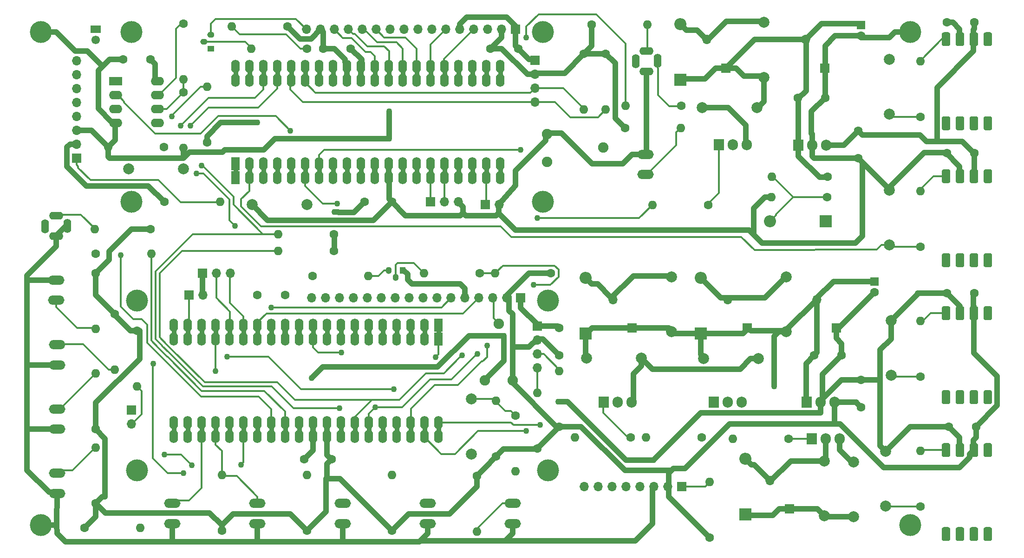
<source format=gbr>
G04 #@! TF.GenerationSoftware,KiCad,Pcbnew,(5.1.5-0-10_14)*
G04 #@! TF.CreationDate,2020-04-28T18:14:51+02:00*
G04 #@! TF.ProjectId,Main_Board_v1_1,4d61696e-5f42-46f6-9172-645f76315f31,rev?*
G04 #@! TF.SameCoordinates,Original*
G04 #@! TF.FileFunction,Copper,L1,Top*
G04 #@! TF.FilePolarity,Positive*
%FSLAX46Y46*%
G04 Gerber Fmt 4.6, Leading zero omitted, Abs format (unit mm)*
G04 Created by KiCad (PCBNEW (5.1.5-0-10_14)) date 2020-04-28 18:14:51*
%MOMM*%
%LPD*%
G04 APERTURE LIST*
%ADD10C,0.100000*%
%ADD11R,1.100000X1.300000*%
%ADD12O,1.100000X1.300000*%
%ADD13R,1.300000X1.100000*%
%ADD14O,1.300000X1.100000*%
%ADD15O,1.400000X2.600000*%
%ADD16O,2.600000X1.400000*%
%ADD17O,1.600000X1.600000*%
%ADD18C,1.600000*%
%ADD19O,1.905000X2.000000*%
%ADD20R,1.905000X2.000000*%
%ADD21O,1.700000X1.700000*%
%ADD22R,1.700000X1.700000*%
%ADD23O,2.200000X2.200000*%
%ADD24R,2.200000X2.200000*%
%ADD25C,2.000000*%
%ADD26O,1.600000X1.500000*%
%ADD27R,1.900000X1.400000*%
%ADD28C,4.000000*%
%ADD29C,1.900000*%
%ADD30O,3.000000X1.700000*%
%ADD31R,1.600000X1.600000*%
%ADD32O,1.600000X2.400000*%
%ADD33R,1.600000X2.400000*%
%ADD34O,2.400000X1.600000*%
%ADD35R,2.400000X1.600000*%
%ADD36C,1.100000*%
%ADD37C,1.000000*%
%ADD38C,0.350000*%
G04 APERTURE END LIST*
D10*
G36*
X103476854Y-110014383D02*
G01*
X103476854Y-108744383D01*
X104238854Y-108744383D01*
X104238854Y-110014383D01*
X103476854Y-110014383D01*
G37*
X103476854Y-110014383D02*
X103476854Y-108744383D01*
X104238854Y-108744383D01*
X104238854Y-110014383D01*
X103476854Y-110014383D01*
G36*
X100936854Y-110014383D02*
G01*
X100936854Y-108744383D01*
X101698854Y-108744383D01*
X101698854Y-110014383D01*
X100936854Y-110014383D01*
G37*
X100936854Y-110014383D02*
X100936854Y-108744383D01*
X101698854Y-108744383D01*
X101698854Y-110014383D01*
X100936854Y-110014383D01*
G36*
X98396854Y-110014383D02*
G01*
X98396854Y-108744383D01*
X99158854Y-108744383D01*
X99158854Y-110014383D01*
X98396854Y-110014383D01*
G37*
X98396854Y-110014383D02*
X98396854Y-108744383D01*
X99158854Y-108744383D01*
X99158854Y-110014383D01*
X98396854Y-110014383D01*
G36*
X95856854Y-110014383D02*
G01*
X95856854Y-108744383D01*
X96618854Y-108744383D01*
X96618854Y-110014383D01*
X95856854Y-110014383D01*
G37*
X95856854Y-110014383D02*
X95856854Y-108744383D01*
X96618854Y-108744383D01*
X96618854Y-110014383D01*
X95856854Y-110014383D01*
G36*
X85696854Y-110014383D02*
G01*
X85696854Y-108744383D01*
X86458854Y-108744383D01*
X86458854Y-110014383D01*
X85696854Y-110014383D01*
G37*
X85696854Y-110014383D02*
X85696854Y-108744383D01*
X86458854Y-108744383D01*
X86458854Y-110014383D01*
X85696854Y-110014383D01*
G36*
X88236854Y-110014383D02*
G01*
X88236854Y-108744383D01*
X88998854Y-108744383D01*
X88998854Y-110014383D01*
X88236854Y-110014383D01*
G37*
X88236854Y-110014383D02*
X88236854Y-108744383D01*
X88998854Y-108744383D01*
X88998854Y-110014383D01*
X88236854Y-110014383D01*
G36*
X90776854Y-110014383D02*
G01*
X90776854Y-108744383D01*
X91538854Y-108744383D01*
X91538854Y-110014383D01*
X90776854Y-110014383D01*
G37*
X90776854Y-110014383D02*
X90776854Y-108744383D01*
X91538854Y-108744383D01*
X91538854Y-110014383D01*
X90776854Y-110014383D01*
G36*
X93316854Y-110014383D02*
G01*
X93316854Y-108744383D01*
X94078854Y-108744383D01*
X94078854Y-110014383D01*
X93316854Y-110014383D01*
G37*
X93316854Y-110014383D02*
X93316854Y-108744383D01*
X94078854Y-108744383D01*
X94078854Y-110014383D01*
X93316854Y-110014383D01*
G36*
X72996854Y-110014383D02*
G01*
X72996854Y-108744383D01*
X73758854Y-108744383D01*
X73758854Y-110014383D01*
X72996854Y-110014383D01*
G37*
X72996854Y-110014383D02*
X72996854Y-108744383D01*
X73758854Y-108744383D01*
X73758854Y-110014383D01*
X72996854Y-110014383D01*
G36*
X75536854Y-110014383D02*
G01*
X75536854Y-108744383D01*
X76298854Y-108744383D01*
X76298854Y-110014383D01*
X75536854Y-110014383D01*
G37*
X75536854Y-110014383D02*
X75536854Y-108744383D01*
X76298854Y-108744383D01*
X76298854Y-110014383D01*
X75536854Y-110014383D01*
G36*
X83156854Y-110014383D02*
G01*
X83156854Y-108744383D01*
X83918854Y-108744383D01*
X83918854Y-110014383D01*
X83156854Y-110014383D01*
G37*
X83156854Y-110014383D02*
X83156854Y-108744383D01*
X83918854Y-108744383D01*
X83918854Y-110014383D01*
X83156854Y-110014383D01*
G36*
X80616854Y-110014383D02*
G01*
X80616854Y-108744383D01*
X81378854Y-108744383D01*
X81378854Y-110014383D01*
X80616854Y-110014383D01*
G37*
X80616854Y-110014383D02*
X80616854Y-108744383D01*
X81378854Y-108744383D01*
X81378854Y-110014383D01*
X80616854Y-110014383D01*
G36*
X78076854Y-110014383D02*
G01*
X78076854Y-108744383D01*
X78838854Y-108744383D01*
X78838854Y-110014383D01*
X78076854Y-110014383D01*
G37*
X78076854Y-110014383D02*
X78076854Y-108744383D01*
X78838854Y-108744383D01*
X78838854Y-110014383D01*
X78076854Y-110014383D01*
G36*
X65376854Y-110014383D02*
G01*
X65376854Y-108744383D01*
X66138854Y-108744383D01*
X66138854Y-110014383D01*
X65376854Y-110014383D01*
G37*
X65376854Y-110014383D02*
X65376854Y-108744383D01*
X66138854Y-108744383D01*
X66138854Y-110014383D01*
X65376854Y-110014383D01*
G36*
X67916854Y-110014383D02*
G01*
X67916854Y-108744383D01*
X68678854Y-108744383D01*
X68678854Y-110014383D01*
X67916854Y-110014383D01*
G37*
X67916854Y-110014383D02*
X67916854Y-108744383D01*
X68678854Y-108744383D01*
X68678854Y-110014383D01*
X67916854Y-110014383D01*
G36*
X70456854Y-110014383D02*
G01*
X70456854Y-108744383D01*
X71218854Y-108744383D01*
X71218854Y-110014383D01*
X70456854Y-110014383D01*
G37*
X70456854Y-110014383D02*
X70456854Y-108744383D01*
X71218854Y-108744383D01*
X71218854Y-110014383D01*
X70456854Y-110014383D01*
G36*
X62836854Y-110014383D02*
G01*
X62836854Y-108744383D01*
X63598854Y-108744383D01*
X63598854Y-110014383D01*
X62836854Y-110014383D01*
G37*
X62836854Y-110014383D02*
X62836854Y-108744383D01*
X63598854Y-108744383D01*
X63598854Y-110014383D01*
X62836854Y-110014383D01*
G36*
X60296854Y-110014383D02*
G01*
X60296854Y-108744383D01*
X61058854Y-108744383D01*
X61058854Y-110014383D01*
X60296854Y-110014383D01*
G37*
X60296854Y-110014383D02*
X60296854Y-108744383D01*
X61058854Y-108744383D01*
X61058854Y-110014383D01*
X60296854Y-110014383D01*
G36*
X57756854Y-110014383D02*
G01*
X57756854Y-108744383D01*
X58518854Y-108744383D01*
X58518854Y-110014383D01*
X57756854Y-110014383D01*
G37*
X57756854Y-110014383D02*
X57756854Y-108744383D01*
X58518854Y-108744383D01*
X58518854Y-110014383D01*
X57756854Y-110014383D01*
G36*
X55216854Y-110014383D02*
G01*
X55216854Y-108744383D01*
X55978854Y-108744383D01*
X55978854Y-110014383D01*
X55216854Y-110014383D01*
G37*
X55216854Y-110014383D02*
X55216854Y-108744383D01*
X55978854Y-108744383D01*
X55978854Y-110014383D01*
X55216854Y-110014383D01*
G36*
X55216854Y-92234383D02*
G01*
X55216854Y-90964383D01*
X55978854Y-90964383D01*
X55978854Y-92234383D01*
X55216854Y-92234383D01*
G37*
X55216854Y-92234383D02*
X55216854Y-90964383D01*
X55978854Y-90964383D01*
X55978854Y-92234383D01*
X55216854Y-92234383D01*
G36*
X57756854Y-92234383D02*
G01*
X57756854Y-90964383D01*
X58518854Y-90964383D01*
X58518854Y-92234383D01*
X57756854Y-92234383D01*
G37*
X57756854Y-92234383D02*
X57756854Y-90964383D01*
X58518854Y-90964383D01*
X58518854Y-92234383D01*
X57756854Y-92234383D01*
G36*
X60296854Y-92234383D02*
G01*
X60296854Y-90964383D01*
X61058854Y-90964383D01*
X61058854Y-92234383D01*
X60296854Y-92234383D01*
G37*
X60296854Y-92234383D02*
X60296854Y-90964383D01*
X61058854Y-90964383D01*
X61058854Y-92234383D01*
X60296854Y-92234383D01*
G36*
X62836854Y-92234383D02*
G01*
X62836854Y-90964383D01*
X63598854Y-90964383D01*
X63598854Y-92234383D01*
X62836854Y-92234383D01*
G37*
X62836854Y-92234383D02*
X62836854Y-90964383D01*
X63598854Y-90964383D01*
X63598854Y-92234383D01*
X62836854Y-92234383D01*
G36*
X70456854Y-92234383D02*
G01*
X70456854Y-90964383D01*
X71218854Y-90964383D01*
X71218854Y-92234383D01*
X70456854Y-92234383D01*
G37*
X70456854Y-92234383D02*
X70456854Y-90964383D01*
X71218854Y-90964383D01*
X71218854Y-92234383D01*
X70456854Y-92234383D01*
G36*
X67916854Y-92234383D02*
G01*
X67916854Y-90964383D01*
X68678854Y-90964383D01*
X68678854Y-92234383D01*
X67916854Y-92234383D01*
G37*
X67916854Y-92234383D02*
X67916854Y-90964383D01*
X68678854Y-90964383D01*
X68678854Y-92234383D01*
X67916854Y-92234383D01*
G36*
X65376854Y-92234383D02*
G01*
X65376854Y-90964383D01*
X66138854Y-90964383D01*
X66138854Y-92234383D01*
X65376854Y-92234383D01*
G37*
X65376854Y-92234383D02*
X65376854Y-90964383D01*
X66138854Y-90964383D01*
X66138854Y-92234383D01*
X65376854Y-92234383D01*
G36*
X72996854Y-92234383D02*
G01*
X72996854Y-90964383D01*
X73758854Y-90964383D01*
X73758854Y-92234383D01*
X72996854Y-92234383D01*
G37*
X72996854Y-92234383D02*
X72996854Y-90964383D01*
X73758854Y-90964383D01*
X73758854Y-92234383D01*
X72996854Y-92234383D01*
G36*
X75536854Y-92234383D02*
G01*
X75536854Y-90964383D01*
X76298854Y-90964383D01*
X76298854Y-92234383D01*
X75536854Y-92234383D01*
G37*
X75536854Y-92234383D02*
X75536854Y-90964383D01*
X76298854Y-90964383D01*
X76298854Y-92234383D01*
X75536854Y-92234383D01*
G36*
X78076854Y-92234383D02*
G01*
X78076854Y-90964383D01*
X78838854Y-90964383D01*
X78838854Y-92234383D01*
X78076854Y-92234383D01*
G37*
X78076854Y-92234383D02*
X78076854Y-90964383D01*
X78838854Y-90964383D01*
X78838854Y-92234383D01*
X78076854Y-92234383D01*
G36*
X80616854Y-92234383D02*
G01*
X80616854Y-90964383D01*
X81378854Y-90964383D01*
X81378854Y-92234383D01*
X80616854Y-92234383D01*
G37*
X80616854Y-92234383D02*
X80616854Y-90964383D01*
X81378854Y-90964383D01*
X81378854Y-92234383D01*
X80616854Y-92234383D01*
G36*
X83156854Y-92234383D02*
G01*
X83156854Y-90964383D01*
X83918854Y-90964383D01*
X83918854Y-92234383D01*
X83156854Y-92234383D01*
G37*
X83156854Y-92234383D02*
X83156854Y-90964383D01*
X83918854Y-90964383D01*
X83918854Y-92234383D01*
X83156854Y-92234383D01*
G36*
X85696854Y-92234383D02*
G01*
X85696854Y-90964383D01*
X86458854Y-90964383D01*
X86458854Y-92234383D01*
X85696854Y-92234383D01*
G37*
X85696854Y-92234383D02*
X85696854Y-90964383D01*
X86458854Y-90964383D01*
X86458854Y-92234383D01*
X85696854Y-92234383D01*
G36*
X88236854Y-92234383D02*
G01*
X88236854Y-90964383D01*
X88998854Y-90964383D01*
X88998854Y-92234383D01*
X88236854Y-92234383D01*
G37*
X88236854Y-92234383D02*
X88236854Y-90964383D01*
X88998854Y-90964383D01*
X88998854Y-92234383D01*
X88236854Y-92234383D01*
G36*
X90776854Y-92234383D02*
G01*
X90776854Y-90964383D01*
X91538854Y-90964383D01*
X91538854Y-92234383D01*
X90776854Y-92234383D01*
G37*
X90776854Y-92234383D02*
X90776854Y-90964383D01*
X91538854Y-90964383D01*
X91538854Y-92234383D01*
X90776854Y-92234383D01*
G36*
X93316854Y-92234383D02*
G01*
X93316854Y-90964383D01*
X94078854Y-90964383D01*
X94078854Y-92234383D01*
X93316854Y-92234383D01*
G37*
X93316854Y-92234383D02*
X93316854Y-90964383D01*
X94078854Y-90964383D01*
X94078854Y-92234383D01*
X93316854Y-92234383D01*
G36*
X95856854Y-92234383D02*
G01*
X95856854Y-90964383D01*
X96618854Y-90964383D01*
X96618854Y-92234383D01*
X95856854Y-92234383D01*
G37*
X95856854Y-92234383D02*
X95856854Y-90964383D01*
X96618854Y-90964383D01*
X96618854Y-92234383D01*
X95856854Y-92234383D01*
G36*
X98396854Y-92234383D02*
G01*
X98396854Y-90964383D01*
X99158854Y-90964383D01*
X99158854Y-92234383D01*
X98396854Y-92234383D01*
G37*
X98396854Y-92234383D02*
X98396854Y-90964383D01*
X99158854Y-90964383D01*
X99158854Y-92234383D01*
X98396854Y-92234383D01*
G36*
X103476854Y-92234383D02*
G01*
X103476854Y-90964383D01*
X104238854Y-90964383D01*
X104238854Y-92234383D01*
X103476854Y-92234383D01*
G37*
X103476854Y-92234383D02*
X103476854Y-90964383D01*
X104238854Y-90964383D01*
X104238854Y-92234383D01*
X103476854Y-92234383D01*
G36*
X100936854Y-92234383D02*
G01*
X100936854Y-90964383D01*
X101698854Y-90964383D01*
X101698854Y-92234383D01*
X100936854Y-92234383D01*
G37*
X100936854Y-92234383D02*
X100936854Y-90964383D01*
X101698854Y-90964383D01*
X101698854Y-92234383D01*
X100936854Y-92234383D01*
G36*
X67238854Y-43724383D02*
G01*
X67238854Y-44994383D01*
X66476854Y-44994383D01*
X66476854Y-43724383D01*
X67238854Y-43724383D01*
G37*
X67238854Y-43724383D02*
X67238854Y-44994383D01*
X66476854Y-44994383D01*
X66476854Y-43724383D01*
X67238854Y-43724383D01*
G36*
X69778854Y-43724383D02*
G01*
X69778854Y-44994383D01*
X69016854Y-44994383D01*
X69016854Y-43724383D01*
X69778854Y-43724383D01*
G37*
X69778854Y-43724383D02*
X69778854Y-44994383D01*
X69016854Y-44994383D01*
X69016854Y-43724383D01*
X69778854Y-43724383D01*
G36*
X72318854Y-43724383D02*
G01*
X72318854Y-44994383D01*
X71556854Y-44994383D01*
X71556854Y-43724383D01*
X72318854Y-43724383D01*
G37*
X72318854Y-43724383D02*
X72318854Y-44994383D01*
X71556854Y-44994383D01*
X71556854Y-43724383D01*
X72318854Y-43724383D01*
G36*
X74858854Y-43724383D02*
G01*
X74858854Y-44994383D01*
X74096854Y-44994383D01*
X74096854Y-43724383D01*
X74858854Y-43724383D01*
G37*
X74858854Y-43724383D02*
X74858854Y-44994383D01*
X74096854Y-44994383D01*
X74096854Y-43724383D01*
X74858854Y-43724383D01*
G36*
X85018854Y-43724383D02*
G01*
X85018854Y-44994383D01*
X84256854Y-44994383D01*
X84256854Y-43724383D01*
X85018854Y-43724383D01*
G37*
X85018854Y-43724383D02*
X85018854Y-44994383D01*
X84256854Y-44994383D01*
X84256854Y-43724383D01*
X85018854Y-43724383D01*
G36*
X82478854Y-43724383D02*
G01*
X82478854Y-44994383D01*
X81716854Y-44994383D01*
X81716854Y-43724383D01*
X82478854Y-43724383D01*
G37*
X82478854Y-43724383D02*
X82478854Y-44994383D01*
X81716854Y-44994383D01*
X81716854Y-43724383D01*
X82478854Y-43724383D01*
G36*
X79938854Y-43724383D02*
G01*
X79938854Y-44994383D01*
X79176854Y-44994383D01*
X79176854Y-43724383D01*
X79938854Y-43724383D01*
G37*
X79938854Y-43724383D02*
X79938854Y-44994383D01*
X79176854Y-44994383D01*
X79176854Y-43724383D01*
X79938854Y-43724383D01*
G36*
X77398854Y-43724383D02*
G01*
X77398854Y-44994383D01*
X76636854Y-44994383D01*
X76636854Y-43724383D01*
X77398854Y-43724383D01*
G37*
X77398854Y-43724383D02*
X77398854Y-44994383D01*
X76636854Y-44994383D01*
X76636854Y-43724383D01*
X77398854Y-43724383D01*
G36*
X97718854Y-43724383D02*
G01*
X97718854Y-44994383D01*
X96956854Y-44994383D01*
X96956854Y-43724383D01*
X97718854Y-43724383D01*
G37*
X97718854Y-43724383D02*
X97718854Y-44994383D01*
X96956854Y-44994383D01*
X96956854Y-43724383D01*
X97718854Y-43724383D01*
G36*
X95178854Y-43724383D02*
G01*
X95178854Y-44994383D01*
X94416854Y-44994383D01*
X94416854Y-43724383D01*
X95178854Y-43724383D01*
G37*
X95178854Y-43724383D02*
X95178854Y-44994383D01*
X94416854Y-44994383D01*
X94416854Y-43724383D01*
X95178854Y-43724383D01*
G36*
X87558854Y-43724383D02*
G01*
X87558854Y-44994383D01*
X86796854Y-44994383D01*
X86796854Y-43724383D01*
X87558854Y-43724383D01*
G37*
X87558854Y-43724383D02*
X87558854Y-44994383D01*
X86796854Y-44994383D01*
X86796854Y-43724383D01*
X87558854Y-43724383D01*
G36*
X90098854Y-43724383D02*
G01*
X90098854Y-44994383D01*
X89336854Y-44994383D01*
X89336854Y-43724383D01*
X90098854Y-43724383D01*
G37*
X90098854Y-43724383D02*
X90098854Y-44994383D01*
X89336854Y-44994383D01*
X89336854Y-43724383D01*
X90098854Y-43724383D01*
G36*
X92638854Y-43724383D02*
G01*
X92638854Y-44994383D01*
X91876854Y-44994383D01*
X91876854Y-43724383D01*
X92638854Y-43724383D01*
G37*
X92638854Y-43724383D02*
X92638854Y-44994383D01*
X91876854Y-44994383D01*
X91876854Y-43724383D01*
X92638854Y-43724383D01*
G36*
X105338854Y-43724383D02*
G01*
X105338854Y-44994383D01*
X104576854Y-44994383D01*
X104576854Y-43724383D01*
X105338854Y-43724383D01*
G37*
X105338854Y-43724383D02*
X105338854Y-44994383D01*
X104576854Y-44994383D01*
X104576854Y-43724383D01*
X105338854Y-43724383D01*
G36*
X102798854Y-43724383D02*
G01*
X102798854Y-44994383D01*
X102036854Y-44994383D01*
X102036854Y-43724383D01*
X102798854Y-43724383D01*
G37*
X102798854Y-43724383D02*
X102798854Y-44994383D01*
X102036854Y-44994383D01*
X102036854Y-43724383D01*
X102798854Y-43724383D01*
G36*
X100258854Y-43724383D02*
G01*
X100258854Y-44994383D01*
X99496854Y-44994383D01*
X99496854Y-43724383D01*
X100258854Y-43724383D01*
G37*
X100258854Y-43724383D02*
X100258854Y-44994383D01*
X99496854Y-44994383D01*
X99496854Y-43724383D01*
X100258854Y-43724383D01*
G36*
X107878854Y-43724383D02*
G01*
X107878854Y-44994383D01*
X107116854Y-44994383D01*
X107116854Y-43724383D01*
X107878854Y-43724383D01*
G37*
X107878854Y-43724383D02*
X107878854Y-44994383D01*
X107116854Y-44994383D01*
X107116854Y-43724383D01*
X107878854Y-43724383D01*
G36*
X110418854Y-43724383D02*
G01*
X110418854Y-44994383D01*
X109656854Y-44994383D01*
X109656854Y-43724383D01*
X110418854Y-43724383D01*
G37*
X110418854Y-43724383D02*
X110418854Y-44994383D01*
X109656854Y-44994383D01*
X109656854Y-43724383D01*
X110418854Y-43724383D01*
G36*
X112958854Y-43724383D02*
G01*
X112958854Y-44994383D01*
X112196854Y-44994383D01*
X112196854Y-43724383D01*
X112958854Y-43724383D01*
G37*
X112958854Y-43724383D02*
X112958854Y-44994383D01*
X112196854Y-44994383D01*
X112196854Y-43724383D01*
X112958854Y-43724383D01*
G36*
X115498854Y-43724383D02*
G01*
X115498854Y-44994383D01*
X114736854Y-44994383D01*
X114736854Y-43724383D01*
X115498854Y-43724383D01*
G37*
X115498854Y-43724383D02*
X115498854Y-44994383D01*
X114736854Y-44994383D01*
X114736854Y-43724383D01*
X115498854Y-43724383D01*
G36*
X115498854Y-61504383D02*
G01*
X115498854Y-62774383D01*
X114736854Y-62774383D01*
X114736854Y-61504383D01*
X115498854Y-61504383D01*
G37*
X115498854Y-61504383D02*
X115498854Y-62774383D01*
X114736854Y-62774383D01*
X114736854Y-61504383D01*
X115498854Y-61504383D01*
G36*
X112958854Y-61504383D02*
G01*
X112958854Y-62774383D01*
X112196854Y-62774383D01*
X112196854Y-61504383D01*
X112958854Y-61504383D01*
G37*
X112958854Y-61504383D02*
X112958854Y-62774383D01*
X112196854Y-62774383D01*
X112196854Y-61504383D01*
X112958854Y-61504383D01*
G36*
X110418854Y-61504383D02*
G01*
X110418854Y-62774383D01*
X109656854Y-62774383D01*
X109656854Y-61504383D01*
X110418854Y-61504383D01*
G37*
X110418854Y-61504383D02*
X110418854Y-62774383D01*
X109656854Y-62774383D01*
X109656854Y-61504383D01*
X110418854Y-61504383D01*
G36*
X107878854Y-61504383D02*
G01*
X107878854Y-62774383D01*
X107116854Y-62774383D01*
X107116854Y-61504383D01*
X107878854Y-61504383D01*
G37*
X107878854Y-61504383D02*
X107878854Y-62774383D01*
X107116854Y-62774383D01*
X107116854Y-61504383D01*
X107878854Y-61504383D01*
G36*
X100258854Y-61504383D02*
G01*
X100258854Y-62774383D01*
X99496854Y-62774383D01*
X99496854Y-61504383D01*
X100258854Y-61504383D01*
G37*
X100258854Y-61504383D02*
X100258854Y-62774383D01*
X99496854Y-62774383D01*
X99496854Y-61504383D01*
X100258854Y-61504383D01*
G36*
X102798854Y-61504383D02*
G01*
X102798854Y-62774383D01*
X102036854Y-62774383D01*
X102036854Y-61504383D01*
X102798854Y-61504383D01*
G37*
X102798854Y-61504383D02*
X102798854Y-62774383D01*
X102036854Y-62774383D01*
X102036854Y-61504383D01*
X102798854Y-61504383D01*
G36*
X105338854Y-61504383D02*
G01*
X105338854Y-62774383D01*
X104576854Y-62774383D01*
X104576854Y-61504383D01*
X105338854Y-61504383D01*
G37*
X105338854Y-61504383D02*
X105338854Y-62774383D01*
X104576854Y-62774383D01*
X104576854Y-61504383D01*
X105338854Y-61504383D01*
G36*
X97718854Y-61504383D02*
G01*
X97718854Y-62774383D01*
X96956854Y-62774383D01*
X96956854Y-61504383D01*
X97718854Y-61504383D01*
G37*
X97718854Y-61504383D02*
X97718854Y-62774383D01*
X96956854Y-62774383D01*
X96956854Y-61504383D01*
X97718854Y-61504383D01*
G36*
X95178854Y-61504383D02*
G01*
X95178854Y-62774383D01*
X94416854Y-62774383D01*
X94416854Y-61504383D01*
X95178854Y-61504383D01*
G37*
X95178854Y-61504383D02*
X95178854Y-62774383D01*
X94416854Y-62774383D01*
X94416854Y-61504383D01*
X95178854Y-61504383D01*
G36*
X92638854Y-61504383D02*
G01*
X92638854Y-62774383D01*
X91876854Y-62774383D01*
X91876854Y-61504383D01*
X92638854Y-61504383D01*
G37*
X92638854Y-61504383D02*
X92638854Y-62774383D01*
X91876854Y-62774383D01*
X91876854Y-61504383D01*
X92638854Y-61504383D01*
G36*
X90098854Y-61504383D02*
G01*
X90098854Y-62774383D01*
X89336854Y-62774383D01*
X89336854Y-61504383D01*
X90098854Y-61504383D01*
G37*
X90098854Y-61504383D02*
X90098854Y-62774383D01*
X89336854Y-62774383D01*
X89336854Y-61504383D01*
X90098854Y-61504383D01*
G36*
X87558854Y-61504383D02*
G01*
X87558854Y-62774383D01*
X86796854Y-62774383D01*
X86796854Y-61504383D01*
X87558854Y-61504383D01*
G37*
X87558854Y-61504383D02*
X87558854Y-62774383D01*
X86796854Y-62774383D01*
X86796854Y-61504383D01*
X87558854Y-61504383D01*
G36*
X85018854Y-61504383D02*
G01*
X85018854Y-62774383D01*
X84256854Y-62774383D01*
X84256854Y-61504383D01*
X85018854Y-61504383D01*
G37*
X85018854Y-61504383D02*
X85018854Y-62774383D01*
X84256854Y-62774383D01*
X84256854Y-61504383D01*
X85018854Y-61504383D01*
G36*
X82478854Y-61504383D02*
G01*
X82478854Y-62774383D01*
X81716854Y-62774383D01*
X81716854Y-61504383D01*
X82478854Y-61504383D01*
G37*
X82478854Y-61504383D02*
X82478854Y-62774383D01*
X81716854Y-62774383D01*
X81716854Y-61504383D01*
X82478854Y-61504383D01*
G36*
X79938854Y-61504383D02*
G01*
X79938854Y-62774383D01*
X79176854Y-62774383D01*
X79176854Y-61504383D01*
X79938854Y-61504383D01*
G37*
X79938854Y-61504383D02*
X79938854Y-62774383D01*
X79176854Y-62774383D01*
X79176854Y-61504383D01*
X79938854Y-61504383D01*
G36*
X77398854Y-61504383D02*
G01*
X77398854Y-62774383D01*
X76636854Y-62774383D01*
X76636854Y-61504383D01*
X77398854Y-61504383D01*
G37*
X77398854Y-61504383D02*
X77398854Y-62774383D01*
X76636854Y-62774383D01*
X76636854Y-61504383D01*
X77398854Y-61504383D01*
G36*
X74858854Y-61504383D02*
G01*
X74858854Y-62774383D01*
X74096854Y-62774383D01*
X74096854Y-61504383D01*
X74858854Y-61504383D01*
G37*
X74858854Y-61504383D02*
X74858854Y-62774383D01*
X74096854Y-62774383D01*
X74096854Y-61504383D01*
X74858854Y-61504383D01*
G36*
X72318854Y-61504383D02*
G01*
X72318854Y-62774383D01*
X71556854Y-62774383D01*
X71556854Y-61504383D01*
X72318854Y-61504383D01*
G37*
X72318854Y-61504383D02*
X72318854Y-62774383D01*
X71556854Y-62774383D01*
X71556854Y-61504383D01*
X72318854Y-61504383D01*
G36*
X67238854Y-61504383D02*
G01*
X67238854Y-62774383D01*
X66476854Y-62774383D01*
X66476854Y-61504383D01*
X67238854Y-61504383D01*
G37*
X67238854Y-61504383D02*
X67238854Y-62774383D01*
X66476854Y-62774383D01*
X66476854Y-61504383D01*
X67238854Y-61504383D01*
G36*
X69778854Y-61504383D02*
G01*
X69778854Y-62774383D01*
X69016854Y-62774383D01*
X69016854Y-61504383D01*
X69778854Y-61504383D01*
G37*
X69778854Y-61504383D02*
X69778854Y-62774383D01*
X69016854Y-62774383D01*
X69016854Y-61504383D01*
X69778854Y-61504383D01*
D11*
X97357854Y-80369383D03*
D12*
X94817854Y-80369383D03*
X96087854Y-81639383D03*
D13*
X62357854Y-39869383D03*
D14*
X62357854Y-37329383D03*
X61087854Y-38599383D03*
D15*
X139782854Y-42169383D03*
X143832854Y-42119383D03*
D16*
X141807854Y-44019383D03*
X141807854Y-40319383D03*
D15*
X36182854Y-72269383D03*
X32132854Y-72319383D03*
D16*
X34157854Y-70419383D03*
X34157854Y-74119383D03*
D17*
X157532854Y-111101383D03*
D18*
X167692854Y-111101383D03*
D19*
X176963854Y-111101383D03*
X174423854Y-111101383D03*
D20*
X171883854Y-111101383D03*
D21*
X164319854Y-118728383D03*
D22*
X167819854Y-123928383D03*
D23*
X159818854Y-114784383D03*
D24*
X159818854Y-124944383D03*
D25*
X174169854Y-115198383D03*
X174169854Y-125198383D03*
X179503854Y-115325383D03*
X179503854Y-125325383D03*
D21*
X47857854Y-108409383D03*
D22*
X47857854Y-105869383D03*
D21*
X114897854Y-68369383D03*
D22*
X112357854Y-68369383D03*
D26*
X41357854Y-38269383D03*
D27*
X41357854Y-36369383D03*
D28*
X47857854Y-36869383D03*
X47857854Y-67869383D03*
X122857854Y-67869383D03*
X122857854Y-36869383D03*
D21*
X79757854Y-36369383D03*
X82297854Y-36369383D03*
X84837854Y-36369383D03*
X87377854Y-36369383D03*
X89917854Y-36369383D03*
X92457854Y-36369383D03*
X94997854Y-36369383D03*
X97537854Y-36369383D03*
X100077854Y-36369383D03*
X102617854Y-36369383D03*
X105157854Y-36369383D03*
X107697854Y-36369383D03*
X110237854Y-36369383D03*
X112777854Y-36369383D03*
X115317854Y-36369383D03*
D22*
X117857854Y-36369383D03*
D28*
X48857854Y-85869383D03*
X48857854Y-116869383D03*
X123857854Y-116869383D03*
X123857854Y-85869383D03*
D21*
X80757854Y-85369383D03*
X83297854Y-85369383D03*
X85837854Y-85369383D03*
X88377854Y-85369383D03*
X90917854Y-85369383D03*
X93457854Y-85369383D03*
X95997854Y-85369383D03*
X98537854Y-85369383D03*
X101077854Y-85369383D03*
X103617854Y-85369383D03*
X106157854Y-85369383D03*
X108697854Y-85369383D03*
X111237854Y-85369383D03*
X113777854Y-85369383D03*
X116317854Y-85369383D03*
D22*
X118857854Y-85369383D03*
D29*
X112320854Y-100433383D03*
X114820854Y-90133383D03*
X117400854Y-100433383D03*
X123623854Y-55475383D03*
X133923854Y-57975383D03*
X123623854Y-60555383D03*
D17*
X91017854Y-81369383D03*
D18*
X80857854Y-81369383D03*
D17*
X101197854Y-80869383D03*
D18*
X111357854Y-80869383D03*
D17*
X114197854Y-80869383D03*
D18*
X124357854Y-80869383D03*
D17*
X69697854Y-39869383D03*
D18*
X79857854Y-39869383D03*
D17*
X66197854Y-35869383D03*
D18*
X76357854Y-35869383D03*
G04 #@! TA.AperFunction,SMDPad,CuDef*
D10*
G36*
X196808199Y-36901718D02*
G01*
X196845183Y-36907204D01*
X196881452Y-36916289D01*
X196916656Y-36928885D01*
X196950456Y-36944871D01*
X196982526Y-36964093D01*
X197012558Y-36986366D01*
X197040262Y-37011475D01*
X197065371Y-37039179D01*
X197087644Y-37069211D01*
X197106866Y-37101281D01*
X197122852Y-37135081D01*
X197135448Y-37170285D01*
X197144533Y-37206554D01*
X197150019Y-37243538D01*
X197151854Y-37280883D01*
X197151854Y-39058883D01*
X197150019Y-39096228D01*
X197144533Y-39133212D01*
X197135448Y-39169481D01*
X197122852Y-39204685D01*
X197106866Y-39238485D01*
X197087644Y-39270555D01*
X197065371Y-39300587D01*
X197040262Y-39328291D01*
X197012558Y-39353400D01*
X196982526Y-39375673D01*
X196950456Y-39394895D01*
X196916656Y-39410881D01*
X196881452Y-39423477D01*
X196845183Y-39432562D01*
X196808199Y-39438048D01*
X196770854Y-39439883D01*
X196008854Y-39439883D01*
X195971509Y-39438048D01*
X195934525Y-39432562D01*
X195898256Y-39423477D01*
X195863052Y-39410881D01*
X195829252Y-39394895D01*
X195797182Y-39375673D01*
X195767150Y-39353400D01*
X195739446Y-39328291D01*
X195714337Y-39300587D01*
X195692064Y-39270555D01*
X195672842Y-39238485D01*
X195656856Y-39204685D01*
X195644260Y-39169481D01*
X195635175Y-39133212D01*
X195629689Y-39096228D01*
X195627854Y-39058883D01*
X195627854Y-37280883D01*
X195629689Y-37243538D01*
X195635175Y-37206554D01*
X195644260Y-37170285D01*
X195656856Y-37135081D01*
X195672842Y-37101281D01*
X195692064Y-37069211D01*
X195714337Y-37039179D01*
X195739446Y-37011475D01*
X195767150Y-36986366D01*
X195797182Y-36964093D01*
X195829252Y-36944871D01*
X195863052Y-36928885D01*
X195898256Y-36916289D01*
X195934525Y-36907204D01*
X195971509Y-36901718D01*
X196008854Y-36899883D01*
X196770854Y-36899883D01*
X196808199Y-36901718D01*
G37*
G04 #@! TD.AperFunction*
G04 #@! TA.AperFunction,SMDPad,CuDef*
G36*
X199348199Y-36901718D02*
G01*
X199385183Y-36907204D01*
X199421452Y-36916289D01*
X199456656Y-36928885D01*
X199490456Y-36944871D01*
X199522526Y-36964093D01*
X199552558Y-36986366D01*
X199580262Y-37011475D01*
X199605371Y-37039179D01*
X199627644Y-37069211D01*
X199646866Y-37101281D01*
X199662852Y-37135081D01*
X199675448Y-37170285D01*
X199684533Y-37206554D01*
X199690019Y-37243538D01*
X199691854Y-37280883D01*
X199691854Y-39058883D01*
X199690019Y-39096228D01*
X199684533Y-39133212D01*
X199675448Y-39169481D01*
X199662852Y-39204685D01*
X199646866Y-39238485D01*
X199627644Y-39270555D01*
X199605371Y-39300587D01*
X199580262Y-39328291D01*
X199552558Y-39353400D01*
X199522526Y-39375673D01*
X199490456Y-39394895D01*
X199456656Y-39410881D01*
X199421452Y-39423477D01*
X199385183Y-39432562D01*
X199348199Y-39438048D01*
X199310854Y-39439883D01*
X198548854Y-39439883D01*
X198511509Y-39438048D01*
X198474525Y-39432562D01*
X198438256Y-39423477D01*
X198403052Y-39410881D01*
X198369252Y-39394895D01*
X198337182Y-39375673D01*
X198307150Y-39353400D01*
X198279446Y-39328291D01*
X198254337Y-39300587D01*
X198232064Y-39270555D01*
X198212842Y-39238485D01*
X198196856Y-39204685D01*
X198184260Y-39169481D01*
X198175175Y-39133212D01*
X198169689Y-39096228D01*
X198167854Y-39058883D01*
X198167854Y-37280883D01*
X198169689Y-37243538D01*
X198175175Y-37206554D01*
X198184260Y-37170285D01*
X198196856Y-37135081D01*
X198212842Y-37101281D01*
X198232064Y-37069211D01*
X198254337Y-37039179D01*
X198279446Y-37011475D01*
X198307150Y-36986366D01*
X198337182Y-36964093D01*
X198369252Y-36944871D01*
X198403052Y-36928885D01*
X198438256Y-36916289D01*
X198474525Y-36907204D01*
X198511509Y-36901718D01*
X198548854Y-36899883D01*
X199310854Y-36899883D01*
X199348199Y-36901718D01*
G37*
G04 #@! TD.AperFunction*
G04 #@! TA.AperFunction,SMDPad,CuDef*
G36*
X201888199Y-36901718D02*
G01*
X201925183Y-36907204D01*
X201961452Y-36916289D01*
X201996656Y-36928885D01*
X202030456Y-36944871D01*
X202062526Y-36964093D01*
X202092558Y-36986366D01*
X202120262Y-37011475D01*
X202145371Y-37039179D01*
X202167644Y-37069211D01*
X202186866Y-37101281D01*
X202202852Y-37135081D01*
X202215448Y-37170285D01*
X202224533Y-37206554D01*
X202230019Y-37243538D01*
X202231854Y-37280883D01*
X202231854Y-39058883D01*
X202230019Y-39096228D01*
X202224533Y-39133212D01*
X202215448Y-39169481D01*
X202202852Y-39204685D01*
X202186866Y-39238485D01*
X202167644Y-39270555D01*
X202145371Y-39300587D01*
X202120262Y-39328291D01*
X202092558Y-39353400D01*
X202062526Y-39375673D01*
X202030456Y-39394895D01*
X201996656Y-39410881D01*
X201961452Y-39423477D01*
X201925183Y-39432562D01*
X201888199Y-39438048D01*
X201850854Y-39439883D01*
X201088854Y-39439883D01*
X201051509Y-39438048D01*
X201014525Y-39432562D01*
X200978256Y-39423477D01*
X200943052Y-39410881D01*
X200909252Y-39394895D01*
X200877182Y-39375673D01*
X200847150Y-39353400D01*
X200819446Y-39328291D01*
X200794337Y-39300587D01*
X200772064Y-39270555D01*
X200752842Y-39238485D01*
X200736856Y-39204685D01*
X200724260Y-39169481D01*
X200715175Y-39133212D01*
X200709689Y-39096228D01*
X200707854Y-39058883D01*
X200707854Y-37280883D01*
X200709689Y-37243538D01*
X200715175Y-37206554D01*
X200724260Y-37170285D01*
X200736856Y-37135081D01*
X200752842Y-37101281D01*
X200772064Y-37069211D01*
X200794337Y-37039179D01*
X200819446Y-37011475D01*
X200847150Y-36986366D01*
X200877182Y-36964093D01*
X200909252Y-36944871D01*
X200943052Y-36928885D01*
X200978256Y-36916289D01*
X201014525Y-36907204D01*
X201051509Y-36901718D01*
X201088854Y-36899883D01*
X201850854Y-36899883D01*
X201888199Y-36901718D01*
G37*
G04 #@! TD.AperFunction*
G04 #@! TA.AperFunction,SMDPad,CuDef*
G36*
X204428199Y-36901718D02*
G01*
X204465183Y-36907204D01*
X204501452Y-36916289D01*
X204536656Y-36928885D01*
X204570456Y-36944871D01*
X204602526Y-36964093D01*
X204632558Y-36986366D01*
X204660262Y-37011475D01*
X204685371Y-37039179D01*
X204707644Y-37069211D01*
X204726866Y-37101281D01*
X204742852Y-37135081D01*
X204755448Y-37170285D01*
X204764533Y-37206554D01*
X204770019Y-37243538D01*
X204771854Y-37280883D01*
X204771854Y-39058883D01*
X204770019Y-39096228D01*
X204764533Y-39133212D01*
X204755448Y-39169481D01*
X204742852Y-39204685D01*
X204726866Y-39238485D01*
X204707644Y-39270555D01*
X204685371Y-39300587D01*
X204660262Y-39328291D01*
X204632558Y-39353400D01*
X204602526Y-39375673D01*
X204570456Y-39394895D01*
X204536656Y-39410881D01*
X204501452Y-39423477D01*
X204465183Y-39432562D01*
X204428199Y-39438048D01*
X204390854Y-39439883D01*
X203628854Y-39439883D01*
X203591509Y-39438048D01*
X203554525Y-39432562D01*
X203518256Y-39423477D01*
X203483052Y-39410881D01*
X203449252Y-39394895D01*
X203417182Y-39375673D01*
X203387150Y-39353400D01*
X203359446Y-39328291D01*
X203334337Y-39300587D01*
X203312064Y-39270555D01*
X203292842Y-39238485D01*
X203276856Y-39204685D01*
X203264260Y-39169481D01*
X203255175Y-39133212D01*
X203249689Y-39096228D01*
X203247854Y-39058883D01*
X203247854Y-37280883D01*
X203249689Y-37243538D01*
X203255175Y-37206554D01*
X203264260Y-37170285D01*
X203276856Y-37135081D01*
X203292842Y-37101281D01*
X203312064Y-37069211D01*
X203334337Y-37039179D01*
X203359446Y-37011475D01*
X203387150Y-36986366D01*
X203417182Y-36964093D01*
X203449252Y-36944871D01*
X203483052Y-36928885D01*
X203518256Y-36916289D01*
X203554525Y-36907204D01*
X203591509Y-36901718D01*
X203628854Y-36899883D01*
X204390854Y-36899883D01*
X204428199Y-36901718D01*
G37*
G04 #@! TD.AperFunction*
G04 #@! TA.AperFunction,SMDPad,CuDef*
G36*
X204428199Y-52235718D02*
G01*
X204465183Y-52241204D01*
X204501452Y-52250289D01*
X204536656Y-52262885D01*
X204570456Y-52278871D01*
X204602526Y-52298093D01*
X204632558Y-52320366D01*
X204660262Y-52345475D01*
X204685371Y-52373179D01*
X204707644Y-52403211D01*
X204726866Y-52435281D01*
X204742852Y-52469081D01*
X204755448Y-52504285D01*
X204764533Y-52540554D01*
X204770019Y-52577538D01*
X204771854Y-52614883D01*
X204771854Y-54392883D01*
X204770019Y-54430228D01*
X204764533Y-54467212D01*
X204755448Y-54503481D01*
X204742852Y-54538685D01*
X204726866Y-54572485D01*
X204707644Y-54604555D01*
X204685371Y-54634587D01*
X204660262Y-54662291D01*
X204632558Y-54687400D01*
X204602526Y-54709673D01*
X204570456Y-54728895D01*
X204536656Y-54744881D01*
X204501452Y-54757477D01*
X204465183Y-54766562D01*
X204428199Y-54772048D01*
X204390854Y-54773883D01*
X203628854Y-54773883D01*
X203591509Y-54772048D01*
X203554525Y-54766562D01*
X203518256Y-54757477D01*
X203483052Y-54744881D01*
X203449252Y-54728895D01*
X203417182Y-54709673D01*
X203387150Y-54687400D01*
X203359446Y-54662291D01*
X203334337Y-54634587D01*
X203312064Y-54604555D01*
X203292842Y-54572485D01*
X203276856Y-54538685D01*
X203264260Y-54503481D01*
X203255175Y-54467212D01*
X203249689Y-54430228D01*
X203247854Y-54392883D01*
X203247854Y-52614883D01*
X203249689Y-52577538D01*
X203255175Y-52540554D01*
X203264260Y-52504285D01*
X203276856Y-52469081D01*
X203292842Y-52435281D01*
X203312064Y-52403211D01*
X203334337Y-52373179D01*
X203359446Y-52345475D01*
X203387150Y-52320366D01*
X203417182Y-52298093D01*
X203449252Y-52278871D01*
X203483052Y-52262885D01*
X203518256Y-52250289D01*
X203554525Y-52241204D01*
X203591509Y-52235718D01*
X203628854Y-52233883D01*
X204390854Y-52233883D01*
X204428199Y-52235718D01*
G37*
G04 #@! TD.AperFunction*
G04 #@! TA.AperFunction,SMDPad,CuDef*
G36*
X201888199Y-52235718D02*
G01*
X201925183Y-52241204D01*
X201961452Y-52250289D01*
X201996656Y-52262885D01*
X202030456Y-52278871D01*
X202062526Y-52298093D01*
X202092558Y-52320366D01*
X202120262Y-52345475D01*
X202145371Y-52373179D01*
X202167644Y-52403211D01*
X202186866Y-52435281D01*
X202202852Y-52469081D01*
X202215448Y-52504285D01*
X202224533Y-52540554D01*
X202230019Y-52577538D01*
X202231854Y-52614883D01*
X202231854Y-54392883D01*
X202230019Y-54430228D01*
X202224533Y-54467212D01*
X202215448Y-54503481D01*
X202202852Y-54538685D01*
X202186866Y-54572485D01*
X202167644Y-54604555D01*
X202145371Y-54634587D01*
X202120262Y-54662291D01*
X202092558Y-54687400D01*
X202062526Y-54709673D01*
X202030456Y-54728895D01*
X201996656Y-54744881D01*
X201961452Y-54757477D01*
X201925183Y-54766562D01*
X201888199Y-54772048D01*
X201850854Y-54773883D01*
X201088854Y-54773883D01*
X201051509Y-54772048D01*
X201014525Y-54766562D01*
X200978256Y-54757477D01*
X200943052Y-54744881D01*
X200909252Y-54728895D01*
X200877182Y-54709673D01*
X200847150Y-54687400D01*
X200819446Y-54662291D01*
X200794337Y-54634587D01*
X200772064Y-54604555D01*
X200752842Y-54572485D01*
X200736856Y-54538685D01*
X200724260Y-54503481D01*
X200715175Y-54467212D01*
X200709689Y-54430228D01*
X200707854Y-54392883D01*
X200707854Y-52614883D01*
X200709689Y-52577538D01*
X200715175Y-52540554D01*
X200724260Y-52504285D01*
X200736856Y-52469081D01*
X200752842Y-52435281D01*
X200772064Y-52403211D01*
X200794337Y-52373179D01*
X200819446Y-52345475D01*
X200847150Y-52320366D01*
X200877182Y-52298093D01*
X200909252Y-52278871D01*
X200943052Y-52262885D01*
X200978256Y-52250289D01*
X201014525Y-52241204D01*
X201051509Y-52235718D01*
X201088854Y-52233883D01*
X201850854Y-52233883D01*
X201888199Y-52235718D01*
G37*
G04 #@! TD.AperFunction*
G04 #@! TA.AperFunction,SMDPad,CuDef*
G36*
X199348199Y-52235718D02*
G01*
X199385183Y-52241204D01*
X199421452Y-52250289D01*
X199456656Y-52262885D01*
X199490456Y-52278871D01*
X199522526Y-52298093D01*
X199552558Y-52320366D01*
X199580262Y-52345475D01*
X199605371Y-52373179D01*
X199627644Y-52403211D01*
X199646866Y-52435281D01*
X199662852Y-52469081D01*
X199675448Y-52504285D01*
X199684533Y-52540554D01*
X199690019Y-52577538D01*
X199691854Y-52614883D01*
X199691854Y-54392883D01*
X199690019Y-54430228D01*
X199684533Y-54467212D01*
X199675448Y-54503481D01*
X199662852Y-54538685D01*
X199646866Y-54572485D01*
X199627644Y-54604555D01*
X199605371Y-54634587D01*
X199580262Y-54662291D01*
X199552558Y-54687400D01*
X199522526Y-54709673D01*
X199490456Y-54728895D01*
X199456656Y-54744881D01*
X199421452Y-54757477D01*
X199385183Y-54766562D01*
X199348199Y-54772048D01*
X199310854Y-54773883D01*
X198548854Y-54773883D01*
X198511509Y-54772048D01*
X198474525Y-54766562D01*
X198438256Y-54757477D01*
X198403052Y-54744881D01*
X198369252Y-54728895D01*
X198337182Y-54709673D01*
X198307150Y-54687400D01*
X198279446Y-54662291D01*
X198254337Y-54634587D01*
X198232064Y-54604555D01*
X198212842Y-54572485D01*
X198196856Y-54538685D01*
X198184260Y-54503481D01*
X198175175Y-54467212D01*
X198169689Y-54430228D01*
X198167854Y-54392883D01*
X198167854Y-52614883D01*
X198169689Y-52577538D01*
X198175175Y-52540554D01*
X198184260Y-52504285D01*
X198196856Y-52469081D01*
X198212842Y-52435281D01*
X198232064Y-52403211D01*
X198254337Y-52373179D01*
X198279446Y-52345475D01*
X198307150Y-52320366D01*
X198337182Y-52298093D01*
X198369252Y-52278871D01*
X198403052Y-52262885D01*
X198438256Y-52250289D01*
X198474525Y-52241204D01*
X198511509Y-52235718D01*
X198548854Y-52233883D01*
X199310854Y-52233883D01*
X199348199Y-52235718D01*
G37*
G04 #@! TD.AperFunction*
G04 #@! TA.AperFunction,SMDPad,CuDef*
G36*
X196808199Y-52235718D02*
G01*
X196845183Y-52241204D01*
X196881452Y-52250289D01*
X196916656Y-52262885D01*
X196950456Y-52278871D01*
X196982526Y-52298093D01*
X197012558Y-52320366D01*
X197040262Y-52345475D01*
X197065371Y-52373179D01*
X197087644Y-52403211D01*
X197106866Y-52435281D01*
X197122852Y-52469081D01*
X197135448Y-52504285D01*
X197144533Y-52540554D01*
X197150019Y-52577538D01*
X197151854Y-52614883D01*
X197151854Y-54392883D01*
X197150019Y-54430228D01*
X197144533Y-54467212D01*
X197135448Y-54503481D01*
X197122852Y-54538685D01*
X197106866Y-54572485D01*
X197087644Y-54604555D01*
X197065371Y-54634587D01*
X197040262Y-54662291D01*
X197012558Y-54687400D01*
X196982526Y-54709673D01*
X196950456Y-54728895D01*
X196916656Y-54744881D01*
X196881452Y-54757477D01*
X196845183Y-54766562D01*
X196808199Y-54772048D01*
X196770854Y-54773883D01*
X196008854Y-54773883D01*
X195971509Y-54772048D01*
X195934525Y-54766562D01*
X195898256Y-54757477D01*
X195863052Y-54744881D01*
X195829252Y-54728895D01*
X195797182Y-54709673D01*
X195767150Y-54687400D01*
X195739446Y-54662291D01*
X195714337Y-54634587D01*
X195692064Y-54604555D01*
X195672842Y-54572485D01*
X195656856Y-54538685D01*
X195644260Y-54503481D01*
X195635175Y-54467212D01*
X195629689Y-54430228D01*
X195627854Y-54392883D01*
X195627854Y-52614883D01*
X195629689Y-52577538D01*
X195635175Y-52540554D01*
X195644260Y-52504285D01*
X195656856Y-52469081D01*
X195672842Y-52435281D01*
X195692064Y-52403211D01*
X195714337Y-52373179D01*
X195739446Y-52345475D01*
X195767150Y-52320366D01*
X195797182Y-52298093D01*
X195829252Y-52278871D01*
X195863052Y-52262885D01*
X195898256Y-52250289D01*
X195934525Y-52241204D01*
X195971509Y-52235718D01*
X196008854Y-52233883D01*
X196770854Y-52233883D01*
X196808199Y-52235718D01*
G37*
G04 #@! TD.AperFunction*
G04 #@! TA.AperFunction,SMDPad,CuDef*
G36*
X196808199Y-111901718D02*
G01*
X196845183Y-111907204D01*
X196881452Y-111916289D01*
X196916656Y-111928885D01*
X196950456Y-111944871D01*
X196982526Y-111964093D01*
X197012558Y-111986366D01*
X197040262Y-112011475D01*
X197065371Y-112039179D01*
X197087644Y-112069211D01*
X197106866Y-112101281D01*
X197122852Y-112135081D01*
X197135448Y-112170285D01*
X197144533Y-112206554D01*
X197150019Y-112243538D01*
X197151854Y-112280883D01*
X197151854Y-114058883D01*
X197150019Y-114096228D01*
X197144533Y-114133212D01*
X197135448Y-114169481D01*
X197122852Y-114204685D01*
X197106866Y-114238485D01*
X197087644Y-114270555D01*
X197065371Y-114300587D01*
X197040262Y-114328291D01*
X197012558Y-114353400D01*
X196982526Y-114375673D01*
X196950456Y-114394895D01*
X196916656Y-114410881D01*
X196881452Y-114423477D01*
X196845183Y-114432562D01*
X196808199Y-114438048D01*
X196770854Y-114439883D01*
X196008854Y-114439883D01*
X195971509Y-114438048D01*
X195934525Y-114432562D01*
X195898256Y-114423477D01*
X195863052Y-114410881D01*
X195829252Y-114394895D01*
X195797182Y-114375673D01*
X195767150Y-114353400D01*
X195739446Y-114328291D01*
X195714337Y-114300587D01*
X195692064Y-114270555D01*
X195672842Y-114238485D01*
X195656856Y-114204685D01*
X195644260Y-114169481D01*
X195635175Y-114133212D01*
X195629689Y-114096228D01*
X195627854Y-114058883D01*
X195627854Y-112280883D01*
X195629689Y-112243538D01*
X195635175Y-112206554D01*
X195644260Y-112170285D01*
X195656856Y-112135081D01*
X195672842Y-112101281D01*
X195692064Y-112069211D01*
X195714337Y-112039179D01*
X195739446Y-112011475D01*
X195767150Y-111986366D01*
X195797182Y-111964093D01*
X195829252Y-111944871D01*
X195863052Y-111928885D01*
X195898256Y-111916289D01*
X195934525Y-111907204D01*
X195971509Y-111901718D01*
X196008854Y-111899883D01*
X196770854Y-111899883D01*
X196808199Y-111901718D01*
G37*
G04 #@! TD.AperFunction*
G04 #@! TA.AperFunction,SMDPad,CuDef*
G36*
X199348199Y-111901718D02*
G01*
X199385183Y-111907204D01*
X199421452Y-111916289D01*
X199456656Y-111928885D01*
X199490456Y-111944871D01*
X199522526Y-111964093D01*
X199552558Y-111986366D01*
X199580262Y-112011475D01*
X199605371Y-112039179D01*
X199627644Y-112069211D01*
X199646866Y-112101281D01*
X199662852Y-112135081D01*
X199675448Y-112170285D01*
X199684533Y-112206554D01*
X199690019Y-112243538D01*
X199691854Y-112280883D01*
X199691854Y-114058883D01*
X199690019Y-114096228D01*
X199684533Y-114133212D01*
X199675448Y-114169481D01*
X199662852Y-114204685D01*
X199646866Y-114238485D01*
X199627644Y-114270555D01*
X199605371Y-114300587D01*
X199580262Y-114328291D01*
X199552558Y-114353400D01*
X199522526Y-114375673D01*
X199490456Y-114394895D01*
X199456656Y-114410881D01*
X199421452Y-114423477D01*
X199385183Y-114432562D01*
X199348199Y-114438048D01*
X199310854Y-114439883D01*
X198548854Y-114439883D01*
X198511509Y-114438048D01*
X198474525Y-114432562D01*
X198438256Y-114423477D01*
X198403052Y-114410881D01*
X198369252Y-114394895D01*
X198337182Y-114375673D01*
X198307150Y-114353400D01*
X198279446Y-114328291D01*
X198254337Y-114300587D01*
X198232064Y-114270555D01*
X198212842Y-114238485D01*
X198196856Y-114204685D01*
X198184260Y-114169481D01*
X198175175Y-114133212D01*
X198169689Y-114096228D01*
X198167854Y-114058883D01*
X198167854Y-112280883D01*
X198169689Y-112243538D01*
X198175175Y-112206554D01*
X198184260Y-112170285D01*
X198196856Y-112135081D01*
X198212842Y-112101281D01*
X198232064Y-112069211D01*
X198254337Y-112039179D01*
X198279446Y-112011475D01*
X198307150Y-111986366D01*
X198337182Y-111964093D01*
X198369252Y-111944871D01*
X198403052Y-111928885D01*
X198438256Y-111916289D01*
X198474525Y-111907204D01*
X198511509Y-111901718D01*
X198548854Y-111899883D01*
X199310854Y-111899883D01*
X199348199Y-111901718D01*
G37*
G04 #@! TD.AperFunction*
G04 #@! TA.AperFunction,SMDPad,CuDef*
G36*
X201888199Y-111901718D02*
G01*
X201925183Y-111907204D01*
X201961452Y-111916289D01*
X201996656Y-111928885D01*
X202030456Y-111944871D01*
X202062526Y-111964093D01*
X202092558Y-111986366D01*
X202120262Y-112011475D01*
X202145371Y-112039179D01*
X202167644Y-112069211D01*
X202186866Y-112101281D01*
X202202852Y-112135081D01*
X202215448Y-112170285D01*
X202224533Y-112206554D01*
X202230019Y-112243538D01*
X202231854Y-112280883D01*
X202231854Y-114058883D01*
X202230019Y-114096228D01*
X202224533Y-114133212D01*
X202215448Y-114169481D01*
X202202852Y-114204685D01*
X202186866Y-114238485D01*
X202167644Y-114270555D01*
X202145371Y-114300587D01*
X202120262Y-114328291D01*
X202092558Y-114353400D01*
X202062526Y-114375673D01*
X202030456Y-114394895D01*
X201996656Y-114410881D01*
X201961452Y-114423477D01*
X201925183Y-114432562D01*
X201888199Y-114438048D01*
X201850854Y-114439883D01*
X201088854Y-114439883D01*
X201051509Y-114438048D01*
X201014525Y-114432562D01*
X200978256Y-114423477D01*
X200943052Y-114410881D01*
X200909252Y-114394895D01*
X200877182Y-114375673D01*
X200847150Y-114353400D01*
X200819446Y-114328291D01*
X200794337Y-114300587D01*
X200772064Y-114270555D01*
X200752842Y-114238485D01*
X200736856Y-114204685D01*
X200724260Y-114169481D01*
X200715175Y-114133212D01*
X200709689Y-114096228D01*
X200707854Y-114058883D01*
X200707854Y-112280883D01*
X200709689Y-112243538D01*
X200715175Y-112206554D01*
X200724260Y-112170285D01*
X200736856Y-112135081D01*
X200752842Y-112101281D01*
X200772064Y-112069211D01*
X200794337Y-112039179D01*
X200819446Y-112011475D01*
X200847150Y-111986366D01*
X200877182Y-111964093D01*
X200909252Y-111944871D01*
X200943052Y-111928885D01*
X200978256Y-111916289D01*
X201014525Y-111907204D01*
X201051509Y-111901718D01*
X201088854Y-111899883D01*
X201850854Y-111899883D01*
X201888199Y-111901718D01*
G37*
G04 #@! TD.AperFunction*
G04 #@! TA.AperFunction,SMDPad,CuDef*
G36*
X204428199Y-111901718D02*
G01*
X204465183Y-111907204D01*
X204501452Y-111916289D01*
X204536656Y-111928885D01*
X204570456Y-111944871D01*
X204602526Y-111964093D01*
X204632558Y-111986366D01*
X204660262Y-112011475D01*
X204685371Y-112039179D01*
X204707644Y-112069211D01*
X204726866Y-112101281D01*
X204742852Y-112135081D01*
X204755448Y-112170285D01*
X204764533Y-112206554D01*
X204770019Y-112243538D01*
X204771854Y-112280883D01*
X204771854Y-114058883D01*
X204770019Y-114096228D01*
X204764533Y-114133212D01*
X204755448Y-114169481D01*
X204742852Y-114204685D01*
X204726866Y-114238485D01*
X204707644Y-114270555D01*
X204685371Y-114300587D01*
X204660262Y-114328291D01*
X204632558Y-114353400D01*
X204602526Y-114375673D01*
X204570456Y-114394895D01*
X204536656Y-114410881D01*
X204501452Y-114423477D01*
X204465183Y-114432562D01*
X204428199Y-114438048D01*
X204390854Y-114439883D01*
X203628854Y-114439883D01*
X203591509Y-114438048D01*
X203554525Y-114432562D01*
X203518256Y-114423477D01*
X203483052Y-114410881D01*
X203449252Y-114394895D01*
X203417182Y-114375673D01*
X203387150Y-114353400D01*
X203359446Y-114328291D01*
X203334337Y-114300587D01*
X203312064Y-114270555D01*
X203292842Y-114238485D01*
X203276856Y-114204685D01*
X203264260Y-114169481D01*
X203255175Y-114133212D01*
X203249689Y-114096228D01*
X203247854Y-114058883D01*
X203247854Y-112280883D01*
X203249689Y-112243538D01*
X203255175Y-112206554D01*
X203264260Y-112170285D01*
X203276856Y-112135081D01*
X203292842Y-112101281D01*
X203312064Y-112069211D01*
X203334337Y-112039179D01*
X203359446Y-112011475D01*
X203387150Y-111986366D01*
X203417182Y-111964093D01*
X203449252Y-111944871D01*
X203483052Y-111928885D01*
X203518256Y-111916289D01*
X203554525Y-111907204D01*
X203591509Y-111901718D01*
X203628854Y-111899883D01*
X204390854Y-111899883D01*
X204428199Y-111901718D01*
G37*
G04 #@! TD.AperFunction*
G04 #@! TA.AperFunction,SMDPad,CuDef*
G36*
X204428199Y-127235718D02*
G01*
X204465183Y-127241204D01*
X204501452Y-127250289D01*
X204536656Y-127262885D01*
X204570456Y-127278871D01*
X204602526Y-127298093D01*
X204632558Y-127320366D01*
X204660262Y-127345475D01*
X204685371Y-127373179D01*
X204707644Y-127403211D01*
X204726866Y-127435281D01*
X204742852Y-127469081D01*
X204755448Y-127504285D01*
X204764533Y-127540554D01*
X204770019Y-127577538D01*
X204771854Y-127614883D01*
X204771854Y-129392883D01*
X204770019Y-129430228D01*
X204764533Y-129467212D01*
X204755448Y-129503481D01*
X204742852Y-129538685D01*
X204726866Y-129572485D01*
X204707644Y-129604555D01*
X204685371Y-129634587D01*
X204660262Y-129662291D01*
X204632558Y-129687400D01*
X204602526Y-129709673D01*
X204570456Y-129728895D01*
X204536656Y-129744881D01*
X204501452Y-129757477D01*
X204465183Y-129766562D01*
X204428199Y-129772048D01*
X204390854Y-129773883D01*
X203628854Y-129773883D01*
X203591509Y-129772048D01*
X203554525Y-129766562D01*
X203518256Y-129757477D01*
X203483052Y-129744881D01*
X203449252Y-129728895D01*
X203417182Y-129709673D01*
X203387150Y-129687400D01*
X203359446Y-129662291D01*
X203334337Y-129634587D01*
X203312064Y-129604555D01*
X203292842Y-129572485D01*
X203276856Y-129538685D01*
X203264260Y-129503481D01*
X203255175Y-129467212D01*
X203249689Y-129430228D01*
X203247854Y-129392883D01*
X203247854Y-127614883D01*
X203249689Y-127577538D01*
X203255175Y-127540554D01*
X203264260Y-127504285D01*
X203276856Y-127469081D01*
X203292842Y-127435281D01*
X203312064Y-127403211D01*
X203334337Y-127373179D01*
X203359446Y-127345475D01*
X203387150Y-127320366D01*
X203417182Y-127298093D01*
X203449252Y-127278871D01*
X203483052Y-127262885D01*
X203518256Y-127250289D01*
X203554525Y-127241204D01*
X203591509Y-127235718D01*
X203628854Y-127233883D01*
X204390854Y-127233883D01*
X204428199Y-127235718D01*
G37*
G04 #@! TD.AperFunction*
G04 #@! TA.AperFunction,SMDPad,CuDef*
G36*
X201888199Y-127235718D02*
G01*
X201925183Y-127241204D01*
X201961452Y-127250289D01*
X201996656Y-127262885D01*
X202030456Y-127278871D01*
X202062526Y-127298093D01*
X202092558Y-127320366D01*
X202120262Y-127345475D01*
X202145371Y-127373179D01*
X202167644Y-127403211D01*
X202186866Y-127435281D01*
X202202852Y-127469081D01*
X202215448Y-127504285D01*
X202224533Y-127540554D01*
X202230019Y-127577538D01*
X202231854Y-127614883D01*
X202231854Y-129392883D01*
X202230019Y-129430228D01*
X202224533Y-129467212D01*
X202215448Y-129503481D01*
X202202852Y-129538685D01*
X202186866Y-129572485D01*
X202167644Y-129604555D01*
X202145371Y-129634587D01*
X202120262Y-129662291D01*
X202092558Y-129687400D01*
X202062526Y-129709673D01*
X202030456Y-129728895D01*
X201996656Y-129744881D01*
X201961452Y-129757477D01*
X201925183Y-129766562D01*
X201888199Y-129772048D01*
X201850854Y-129773883D01*
X201088854Y-129773883D01*
X201051509Y-129772048D01*
X201014525Y-129766562D01*
X200978256Y-129757477D01*
X200943052Y-129744881D01*
X200909252Y-129728895D01*
X200877182Y-129709673D01*
X200847150Y-129687400D01*
X200819446Y-129662291D01*
X200794337Y-129634587D01*
X200772064Y-129604555D01*
X200752842Y-129572485D01*
X200736856Y-129538685D01*
X200724260Y-129503481D01*
X200715175Y-129467212D01*
X200709689Y-129430228D01*
X200707854Y-129392883D01*
X200707854Y-127614883D01*
X200709689Y-127577538D01*
X200715175Y-127540554D01*
X200724260Y-127504285D01*
X200736856Y-127469081D01*
X200752842Y-127435281D01*
X200772064Y-127403211D01*
X200794337Y-127373179D01*
X200819446Y-127345475D01*
X200847150Y-127320366D01*
X200877182Y-127298093D01*
X200909252Y-127278871D01*
X200943052Y-127262885D01*
X200978256Y-127250289D01*
X201014525Y-127241204D01*
X201051509Y-127235718D01*
X201088854Y-127233883D01*
X201850854Y-127233883D01*
X201888199Y-127235718D01*
G37*
G04 #@! TD.AperFunction*
G04 #@! TA.AperFunction,SMDPad,CuDef*
G36*
X199348199Y-127235718D02*
G01*
X199385183Y-127241204D01*
X199421452Y-127250289D01*
X199456656Y-127262885D01*
X199490456Y-127278871D01*
X199522526Y-127298093D01*
X199552558Y-127320366D01*
X199580262Y-127345475D01*
X199605371Y-127373179D01*
X199627644Y-127403211D01*
X199646866Y-127435281D01*
X199662852Y-127469081D01*
X199675448Y-127504285D01*
X199684533Y-127540554D01*
X199690019Y-127577538D01*
X199691854Y-127614883D01*
X199691854Y-129392883D01*
X199690019Y-129430228D01*
X199684533Y-129467212D01*
X199675448Y-129503481D01*
X199662852Y-129538685D01*
X199646866Y-129572485D01*
X199627644Y-129604555D01*
X199605371Y-129634587D01*
X199580262Y-129662291D01*
X199552558Y-129687400D01*
X199522526Y-129709673D01*
X199490456Y-129728895D01*
X199456656Y-129744881D01*
X199421452Y-129757477D01*
X199385183Y-129766562D01*
X199348199Y-129772048D01*
X199310854Y-129773883D01*
X198548854Y-129773883D01*
X198511509Y-129772048D01*
X198474525Y-129766562D01*
X198438256Y-129757477D01*
X198403052Y-129744881D01*
X198369252Y-129728895D01*
X198337182Y-129709673D01*
X198307150Y-129687400D01*
X198279446Y-129662291D01*
X198254337Y-129634587D01*
X198232064Y-129604555D01*
X198212842Y-129572485D01*
X198196856Y-129538685D01*
X198184260Y-129503481D01*
X198175175Y-129467212D01*
X198169689Y-129430228D01*
X198167854Y-129392883D01*
X198167854Y-127614883D01*
X198169689Y-127577538D01*
X198175175Y-127540554D01*
X198184260Y-127504285D01*
X198196856Y-127469081D01*
X198212842Y-127435281D01*
X198232064Y-127403211D01*
X198254337Y-127373179D01*
X198279446Y-127345475D01*
X198307150Y-127320366D01*
X198337182Y-127298093D01*
X198369252Y-127278871D01*
X198403052Y-127262885D01*
X198438256Y-127250289D01*
X198474525Y-127241204D01*
X198511509Y-127235718D01*
X198548854Y-127233883D01*
X199310854Y-127233883D01*
X199348199Y-127235718D01*
G37*
G04 #@! TD.AperFunction*
G04 #@! TA.AperFunction,SMDPad,CuDef*
G36*
X196808199Y-127235718D02*
G01*
X196845183Y-127241204D01*
X196881452Y-127250289D01*
X196916656Y-127262885D01*
X196950456Y-127278871D01*
X196982526Y-127298093D01*
X197012558Y-127320366D01*
X197040262Y-127345475D01*
X197065371Y-127373179D01*
X197087644Y-127403211D01*
X197106866Y-127435281D01*
X197122852Y-127469081D01*
X197135448Y-127504285D01*
X197144533Y-127540554D01*
X197150019Y-127577538D01*
X197151854Y-127614883D01*
X197151854Y-129392883D01*
X197150019Y-129430228D01*
X197144533Y-129467212D01*
X197135448Y-129503481D01*
X197122852Y-129538685D01*
X197106866Y-129572485D01*
X197087644Y-129604555D01*
X197065371Y-129634587D01*
X197040262Y-129662291D01*
X197012558Y-129687400D01*
X196982526Y-129709673D01*
X196950456Y-129728895D01*
X196916656Y-129744881D01*
X196881452Y-129757477D01*
X196845183Y-129766562D01*
X196808199Y-129772048D01*
X196770854Y-129773883D01*
X196008854Y-129773883D01*
X195971509Y-129772048D01*
X195934525Y-129766562D01*
X195898256Y-129757477D01*
X195863052Y-129744881D01*
X195829252Y-129728895D01*
X195797182Y-129709673D01*
X195767150Y-129687400D01*
X195739446Y-129662291D01*
X195714337Y-129634587D01*
X195692064Y-129604555D01*
X195672842Y-129572485D01*
X195656856Y-129538685D01*
X195644260Y-129503481D01*
X195635175Y-129467212D01*
X195629689Y-129430228D01*
X195627854Y-129392883D01*
X195627854Y-127614883D01*
X195629689Y-127577538D01*
X195635175Y-127540554D01*
X195644260Y-127504285D01*
X195656856Y-127469081D01*
X195672842Y-127435281D01*
X195692064Y-127403211D01*
X195714337Y-127373179D01*
X195739446Y-127345475D01*
X195767150Y-127320366D01*
X195797182Y-127298093D01*
X195829252Y-127278871D01*
X195863052Y-127262885D01*
X195898256Y-127250289D01*
X195934525Y-127241204D01*
X195971509Y-127235718D01*
X196008854Y-127233883D01*
X196770854Y-127233883D01*
X196808199Y-127235718D01*
G37*
G04 #@! TD.AperFunction*
D17*
X49517854Y-127369383D03*
D18*
X39357854Y-127369383D03*
D17*
X48857854Y-101529383D03*
D18*
X48857854Y-91369383D03*
D30*
X55357854Y-126569383D03*
X55357854Y-122869383D03*
D17*
X153307854Y-119009383D03*
D18*
X153307854Y-129169383D03*
D17*
X64017854Y-67869383D03*
D18*
X53857854Y-67869383D03*
X79357854Y-114869383D03*
X84357854Y-114869383D03*
X196507854Y-84519383D03*
X201507854Y-84519383D03*
X70857854Y-84869383D03*
X75857854Y-84869383D03*
D25*
X186357854Y-89536049D03*
X186357854Y-99536049D03*
X109857854Y-113869383D03*
X109857854Y-103869383D03*
X146307854Y-81519383D03*
X146307854Y-91519383D03*
X167282854Y-81519383D03*
X167282854Y-91519383D03*
X162157854Y-96469383D03*
X152157854Y-96469383D03*
X140857854Y-96369383D03*
X130857854Y-96369383D03*
D18*
X87857854Y-39869383D03*
X82857854Y-39869383D03*
D25*
X69857854Y-68369383D03*
X79857854Y-68369383D03*
D18*
X196857854Y-108869383D03*
X201857854Y-108869383D03*
D25*
X185357854Y-113369383D03*
X185357854Y-123369383D03*
D18*
X125857854Y-90869383D03*
X125857854Y-95869383D03*
X180900854Y-100386383D03*
X180900854Y-105386383D03*
X183357854Y-84369383D03*
D31*
X183357854Y-82369383D03*
D18*
X177357854Y-95869383D03*
X172357854Y-95869383D03*
X118357854Y-39869383D03*
X113357854Y-39869383D03*
X196507854Y-35119383D03*
X201507854Y-35119383D03*
X95357854Y-67869383D03*
X90357854Y-67869383D03*
D25*
X186057854Y-41869383D03*
X186057854Y-51869383D03*
D18*
X196507854Y-58919383D03*
X201507854Y-58919383D03*
X174357854Y-48869383D03*
X169357854Y-48869383D03*
X180357854Y-59869383D03*
X180357854Y-54869383D03*
D25*
X163167854Y-35119383D03*
X163167854Y-45119383D03*
D18*
X180857854Y-37569383D03*
D31*
X180857854Y-35569383D03*
D25*
X186057854Y-65702716D03*
X186057854Y-75702716D03*
X47357854Y-61869383D03*
X57357854Y-61869383D03*
X151897854Y-50649383D03*
X161897854Y-50649383D03*
D18*
X46357854Y-41869383D03*
X51357854Y-41869383D03*
D32*
X68297854Y-110649383D03*
X65757854Y-110649383D03*
X63217854Y-110649383D03*
X60677854Y-110649383D03*
X58137854Y-110649383D03*
X55597854Y-110649383D03*
X80997854Y-110649383D03*
X78457854Y-110649383D03*
X75917854Y-110649383D03*
X73377854Y-110649383D03*
X70837854Y-110649383D03*
X101317854Y-110649383D03*
X98777854Y-110649383D03*
X96237854Y-110649383D03*
X93697854Y-110649383D03*
X91157854Y-110649383D03*
X88617854Y-110649383D03*
X86077854Y-110649383D03*
X83537854Y-110649383D03*
X103857854Y-110649383D03*
X58137854Y-90329383D03*
X55597854Y-90329383D03*
X93697854Y-90329383D03*
X73377854Y-90329383D03*
D33*
X103857854Y-90329383D03*
D32*
X70837854Y-90329383D03*
X75917854Y-90329383D03*
X80997854Y-90329383D03*
X88617854Y-90329383D03*
X86077854Y-90329383D03*
X83537854Y-90329383D03*
X91157854Y-90329383D03*
X98777854Y-90329383D03*
X96237854Y-90329383D03*
X101317854Y-90329383D03*
X65757854Y-90329383D03*
X68297854Y-90329383D03*
X63217854Y-90329383D03*
X60677854Y-90329383D03*
X78457854Y-90329383D03*
D33*
X103857854Y-92869383D03*
D32*
X55597854Y-108109383D03*
X101317854Y-92869383D03*
X58137854Y-108109383D03*
X98777854Y-92869383D03*
X60677854Y-108109383D03*
X96237854Y-92869383D03*
X63217854Y-108109383D03*
X93697854Y-92869383D03*
X65757854Y-108109383D03*
X91157854Y-92869383D03*
X68297854Y-108109383D03*
X88617854Y-92869383D03*
X70837854Y-108109383D03*
X86077854Y-92869383D03*
X73377854Y-108109383D03*
X83537854Y-92869383D03*
X75917854Y-108109383D03*
X80997854Y-92869383D03*
X78457854Y-108109383D03*
X78457854Y-92869383D03*
X80997854Y-108109383D03*
X75917854Y-92869383D03*
X83537854Y-108109383D03*
X73377854Y-92869383D03*
X86077854Y-108109383D03*
X70837854Y-92869383D03*
X88617854Y-108109383D03*
X68297854Y-92869383D03*
X91157854Y-108109383D03*
X65757854Y-92869383D03*
X93697854Y-108109383D03*
X63217854Y-92869383D03*
X96237854Y-108109383D03*
X60677854Y-92869383D03*
X98777854Y-108109383D03*
X58137854Y-92869383D03*
X101317854Y-108109383D03*
X55597854Y-92869383D03*
X103857854Y-108109383D03*
D19*
X176087854Y-104409383D03*
X173547854Y-104409383D03*
D20*
X171007854Y-104409383D03*
D32*
X102417854Y-43089383D03*
X104957854Y-43089383D03*
X107497854Y-43089383D03*
X110037854Y-43089383D03*
X112577854Y-43089383D03*
X115117854Y-43089383D03*
X89717854Y-43089383D03*
X92257854Y-43089383D03*
X94797854Y-43089383D03*
X97337854Y-43089383D03*
X99877854Y-43089383D03*
X69397854Y-43089383D03*
X71937854Y-43089383D03*
X74477854Y-43089383D03*
X77017854Y-43089383D03*
X79557854Y-43089383D03*
X82097854Y-43089383D03*
X84637854Y-43089383D03*
X87177854Y-43089383D03*
X66857854Y-43089383D03*
X112577854Y-63409383D03*
X115117854Y-63409383D03*
X77017854Y-63409383D03*
X97337854Y-63409383D03*
D33*
X66857854Y-63409383D03*
D32*
X99877854Y-63409383D03*
X94797854Y-63409383D03*
X89717854Y-63409383D03*
X82097854Y-63409383D03*
X84637854Y-63409383D03*
X87177854Y-63409383D03*
X79557854Y-63409383D03*
X71937854Y-63409383D03*
X74477854Y-63409383D03*
X69397854Y-63409383D03*
X104957854Y-63409383D03*
X102417854Y-63409383D03*
X107497854Y-63409383D03*
X110037854Y-63409383D03*
X92257854Y-63409383D03*
D33*
X66857854Y-60869383D03*
D32*
X115117854Y-45629383D03*
X69397854Y-60869383D03*
X112577854Y-45629383D03*
X71937854Y-60869383D03*
X110037854Y-45629383D03*
X74477854Y-60869383D03*
X107497854Y-45629383D03*
X77017854Y-60869383D03*
X104957854Y-45629383D03*
X79557854Y-60869383D03*
X102417854Y-45629383D03*
X82097854Y-60869383D03*
X99877854Y-45629383D03*
X84637854Y-60869383D03*
X97337854Y-45629383D03*
X87177854Y-60869383D03*
X94797854Y-45629383D03*
X89717854Y-60869383D03*
X92257854Y-45629383D03*
X92257854Y-60869383D03*
X89717854Y-45629383D03*
X94797854Y-60869383D03*
X87177854Y-45629383D03*
X97337854Y-60869383D03*
X84637854Y-45629383D03*
X99877854Y-60869383D03*
X82097854Y-45629383D03*
X102417854Y-60869383D03*
X79557854Y-45629383D03*
X104957854Y-60869383D03*
X77017854Y-45629383D03*
X107497854Y-60869383D03*
X74477854Y-45629383D03*
X110037854Y-60869383D03*
X71937854Y-45629383D03*
X112577854Y-60869383D03*
X69397854Y-45629383D03*
X115117854Y-60869383D03*
X66857854Y-45629383D03*
D19*
X174537854Y-57509383D03*
X171997854Y-57509383D03*
D20*
X169457854Y-57509383D03*
D34*
X52627854Y-45869383D03*
X45007854Y-53489383D03*
X52627854Y-48409383D03*
X45007854Y-50949383D03*
X52627854Y-50949383D03*
X45007854Y-48409383D03*
X52627854Y-53489383D03*
D35*
X45007854Y-45869383D03*
D28*
X189857854Y-126869383D03*
X31357854Y-36869383D03*
X31357854Y-126869383D03*
X189857854Y-36869383D03*
G04 #@! TA.AperFunction,SMDPad,CuDef*
D10*
G36*
X196808199Y-86901718D02*
G01*
X196845183Y-86907204D01*
X196881452Y-86916289D01*
X196916656Y-86928885D01*
X196950456Y-86944871D01*
X196982526Y-86964093D01*
X197012558Y-86986366D01*
X197040262Y-87011475D01*
X197065371Y-87039179D01*
X197087644Y-87069211D01*
X197106866Y-87101281D01*
X197122852Y-87135081D01*
X197135448Y-87170285D01*
X197144533Y-87206554D01*
X197150019Y-87243538D01*
X197151854Y-87280883D01*
X197151854Y-89058883D01*
X197150019Y-89096228D01*
X197144533Y-89133212D01*
X197135448Y-89169481D01*
X197122852Y-89204685D01*
X197106866Y-89238485D01*
X197087644Y-89270555D01*
X197065371Y-89300587D01*
X197040262Y-89328291D01*
X197012558Y-89353400D01*
X196982526Y-89375673D01*
X196950456Y-89394895D01*
X196916656Y-89410881D01*
X196881452Y-89423477D01*
X196845183Y-89432562D01*
X196808199Y-89438048D01*
X196770854Y-89439883D01*
X196008854Y-89439883D01*
X195971509Y-89438048D01*
X195934525Y-89432562D01*
X195898256Y-89423477D01*
X195863052Y-89410881D01*
X195829252Y-89394895D01*
X195797182Y-89375673D01*
X195767150Y-89353400D01*
X195739446Y-89328291D01*
X195714337Y-89300587D01*
X195692064Y-89270555D01*
X195672842Y-89238485D01*
X195656856Y-89204685D01*
X195644260Y-89169481D01*
X195635175Y-89133212D01*
X195629689Y-89096228D01*
X195627854Y-89058883D01*
X195627854Y-87280883D01*
X195629689Y-87243538D01*
X195635175Y-87206554D01*
X195644260Y-87170285D01*
X195656856Y-87135081D01*
X195672842Y-87101281D01*
X195692064Y-87069211D01*
X195714337Y-87039179D01*
X195739446Y-87011475D01*
X195767150Y-86986366D01*
X195797182Y-86964093D01*
X195829252Y-86944871D01*
X195863052Y-86928885D01*
X195898256Y-86916289D01*
X195934525Y-86907204D01*
X195971509Y-86901718D01*
X196008854Y-86899883D01*
X196770854Y-86899883D01*
X196808199Y-86901718D01*
G37*
G04 #@! TD.AperFunction*
G04 #@! TA.AperFunction,SMDPad,CuDef*
G36*
X199348199Y-86901718D02*
G01*
X199385183Y-86907204D01*
X199421452Y-86916289D01*
X199456656Y-86928885D01*
X199490456Y-86944871D01*
X199522526Y-86964093D01*
X199552558Y-86986366D01*
X199580262Y-87011475D01*
X199605371Y-87039179D01*
X199627644Y-87069211D01*
X199646866Y-87101281D01*
X199662852Y-87135081D01*
X199675448Y-87170285D01*
X199684533Y-87206554D01*
X199690019Y-87243538D01*
X199691854Y-87280883D01*
X199691854Y-89058883D01*
X199690019Y-89096228D01*
X199684533Y-89133212D01*
X199675448Y-89169481D01*
X199662852Y-89204685D01*
X199646866Y-89238485D01*
X199627644Y-89270555D01*
X199605371Y-89300587D01*
X199580262Y-89328291D01*
X199552558Y-89353400D01*
X199522526Y-89375673D01*
X199490456Y-89394895D01*
X199456656Y-89410881D01*
X199421452Y-89423477D01*
X199385183Y-89432562D01*
X199348199Y-89438048D01*
X199310854Y-89439883D01*
X198548854Y-89439883D01*
X198511509Y-89438048D01*
X198474525Y-89432562D01*
X198438256Y-89423477D01*
X198403052Y-89410881D01*
X198369252Y-89394895D01*
X198337182Y-89375673D01*
X198307150Y-89353400D01*
X198279446Y-89328291D01*
X198254337Y-89300587D01*
X198232064Y-89270555D01*
X198212842Y-89238485D01*
X198196856Y-89204685D01*
X198184260Y-89169481D01*
X198175175Y-89133212D01*
X198169689Y-89096228D01*
X198167854Y-89058883D01*
X198167854Y-87280883D01*
X198169689Y-87243538D01*
X198175175Y-87206554D01*
X198184260Y-87170285D01*
X198196856Y-87135081D01*
X198212842Y-87101281D01*
X198232064Y-87069211D01*
X198254337Y-87039179D01*
X198279446Y-87011475D01*
X198307150Y-86986366D01*
X198337182Y-86964093D01*
X198369252Y-86944871D01*
X198403052Y-86928885D01*
X198438256Y-86916289D01*
X198474525Y-86907204D01*
X198511509Y-86901718D01*
X198548854Y-86899883D01*
X199310854Y-86899883D01*
X199348199Y-86901718D01*
G37*
G04 #@! TD.AperFunction*
G04 #@! TA.AperFunction,SMDPad,CuDef*
G36*
X201888199Y-86901718D02*
G01*
X201925183Y-86907204D01*
X201961452Y-86916289D01*
X201996656Y-86928885D01*
X202030456Y-86944871D01*
X202062526Y-86964093D01*
X202092558Y-86986366D01*
X202120262Y-87011475D01*
X202145371Y-87039179D01*
X202167644Y-87069211D01*
X202186866Y-87101281D01*
X202202852Y-87135081D01*
X202215448Y-87170285D01*
X202224533Y-87206554D01*
X202230019Y-87243538D01*
X202231854Y-87280883D01*
X202231854Y-89058883D01*
X202230019Y-89096228D01*
X202224533Y-89133212D01*
X202215448Y-89169481D01*
X202202852Y-89204685D01*
X202186866Y-89238485D01*
X202167644Y-89270555D01*
X202145371Y-89300587D01*
X202120262Y-89328291D01*
X202092558Y-89353400D01*
X202062526Y-89375673D01*
X202030456Y-89394895D01*
X201996656Y-89410881D01*
X201961452Y-89423477D01*
X201925183Y-89432562D01*
X201888199Y-89438048D01*
X201850854Y-89439883D01*
X201088854Y-89439883D01*
X201051509Y-89438048D01*
X201014525Y-89432562D01*
X200978256Y-89423477D01*
X200943052Y-89410881D01*
X200909252Y-89394895D01*
X200877182Y-89375673D01*
X200847150Y-89353400D01*
X200819446Y-89328291D01*
X200794337Y-89300587D01*
X200772064Y-89270555D01*
X200752842Y-89238485D01*
X200736856Y-89204685D01*
X200724260Y-89169481D01*
X200715175Y-89133212D01*
X200709689Y-89096228D01*
X200707854Y-89058883D01*
X200707854Y-87280883D01*
X200709689Y-87243538D01*
X200715175Y-87206554D01*
X200724260Y-87170285D01*
X200736856Y-87135081D01*
X200752842Y-87101281D01*
X200772064Y-87069211D01*
X200794337Y-87039179D01*
X200819446Y-87011475D01*
X200847150Y-86986366D01*
X200877182Y-86964093D01*
X200909252Y-86944871D01*
X200943052Y-86928885D01*
X200978256Y-86916289D01*
X201014525Y-86907204D01*
X201051509Y-86901718D01*
X201088854Y-86899883D01*
X201850854Y-86899883D01*
X201888199Y-86901718D01*
G37*
G04 #@! TD.AperFunction*
G04 #@! TA.AperFunction,SMDPad,CuDef*
G36*
X204428199Y-86901718D02*
G01*
X204465183Y-86907204D01*
X204501452Y-86916289D01*
X204536656Y-86928885D01*
X204570456Y-86944871D01*
X204602526Y-86964093D01*
X204632558Y-86986366D01*
X204660262Y-87011475D01*
X204685371Y-87039179D01*
X204707644Y-87069211D01*
X204726866Y-87101281D01*
X204742852Y-87135081D01*
X204755448Y-87170285D01*
X204764533Y-87206554D01*
X204770019Y-87243538D01*
X204771854Y-87280883D01*
X204771854Y-89058883D01*
X204770019Y-89096228D01*
X204764533Y-89133212D01*
X204755448Y-89169481D01*
X204742852Y-89204685D01*
X204726866Y-89238485D01*
X204707644Y-89270555D01*
X204685371Y-89300587D01*
X204660262Y-89328291D01*
X204632558Y-89353400D01*
X204602526Y-89375673D01*
X204570456Y-89394895D01*
X204536656Y-89410881D01*
X204501452Y-89423477D01*
X204465183Y-89432562D01*
X204428199Y-89438048D01*
X204390854Y-89439883D01*
X203628854Y-89439883D01*
X203591509Y-89438048D01*
X203554525Y-89432562D01*
X203518256Y-89423477D01*
X203483052Y-89410881D01*
X203449252Y-89394895D01*
X203417182Y-89375673D01*
X203387150Y-89353400D01*
X203359446Y-89328291D01*
X203334337Y-89300587D01*
X203312064Y-89270555D01*
X203292842Y-89238485D01*
X203276856Y-89204685D01*
X203264260Y-89169481D01*
X203255175Y-89133212D01*
X203249689Y-89096228D01*
X203247854Y-89058883D01*
X203247854Y-87280883D01*
X203249689Y-87243538D01*
X203255175Y-87206554D01*
X203264260Y-87170285D01*
X203276856Y-87135081D01*
X203292842Y-87101281D01*
X203312064Y-87069211D01*
X203334337Y-87039179D01*
X203359446Y-87011475D01*
X203387150Y-86986366D01*
X203417182Y-86964093D01*
X203449252Y-86944871D01*
X203483052Y-86928885D01*
X203518256Y-86916289D01*
X203554525Y-86907204D01*
X203591509Y-86901718D01*
X203628854Y-86899883D01*
X204390854Y-86899883D01*
X204428199Y-86901718D01*
G37*
G04 #@! TD.AperFunction*
G04 #@! TA.AperFunction,SMDPad,CuDef*
G36*
X204428199Y-102235718D02*
G01*
X204465183Y-102241204D01*
X204501452Y-102250289D01*
X204536656Y-102262885D01*
X204570456Y-102278871D01*
X204602526Y-102298093D01*
X204632558Y-102320366D01*
X204660262Y-102345475D01*
X204685371Y-102373179D01*
X204707644Y-102403211D01*
X204726866Y-102435281D01*
X204742852Y-102469081D01*
X204755448Y-102504285D01*
X204764533Y-102540554D01*
X204770019Y-102577538D01*
X204771854Y-102614883D01*
X204771854Y-104392883D01*
X204770019Y-104430228D01*
X204764533Y-104467212D01*
X204755448Y-104503481D01*
X204742852Y-104538685D01*
X204726866Y-104572485D01*
X204707644Y-104604555D01*
X204685371Y-104634587D01*
X204660262Y-104662291D01*
X204632558Y-104687400D01*
X204602526Y-104709673D01*
X204570456Y-104728895D01*
X204536656Y-104744881D01*
X204501452Y-104757477D01*
X204465183Y-104766562D01*
X204428199Y-104772048D01*
X204390854Y-104773883D01*
X203628854Y-104773883D01*
X203591509Y-104772048D01*
X203554525Y-104766562D01*
X203518256Y-104757477D01*
X203483052Y-104744881D01*
X203449252Y-104728895D01*
X203417182Y-104709673D01*
X203387150Y-104687400D01*
X203359446Y-104662291D01*
X203334337Y-104634587D01*
X203312064Y-104604555D01*
X203292842Y-104572485D01*
X203276856Y-104538685D01*
X203264260Y-104503481D01*
X203255175Y-104467212D01*
X203249689Y-104430228D01*
X203247854Y-104392883D01*
X203247854Y-102614883D01*
X203249689Y-102577538D01*
X203255175Y-102540554D01*
X203264260Y-102504285D01*
X203276856Y-102469081D01*
X203292842Y-102435281D01*
X203312064Y-102403211D01*
X203334337Y-102373179D01*
X203359446Y-102345475D01*
X203387150Y-102320366D01*
X203417182Y-102298093D01*
X203449252Y-102278871D01*
X203483052Y-102262885D01*
X203518256Y-102250289D01*
X203554525Y-102241204D01*
X203591509Y-102235718D01*
X203628854Y-102233883D01*
X204390854Y-102233883D01*
X204428199Y-102235718D01*
G37*
G04 #@! TD.AperFunction*
G04 #@! TA.AperFunction,SMDPad,CuDef*
G36*
X201888199Y-102235718D02*
G01*
X201925183Y-102241204D01*
X201961452Y-102250289D01*
X201996656Y-102262885D01*
X202030456Y-102278871D01*
X202062526Y-102298093D01*
X202092558Y-102320366D01*
X202120262Y-102345475D01*
X202145371Y-102373179D01*
X202167644Y-102403211D01*
X202186866Y-102435281D01*
X202202852Y-102469081D01*
X202215448Y-102504285D01*
X202224533Y-102540554D01*
X202230019Y-102577538D01*
X202231854Y-102614883D01*
X202231854Y-104392883D01*
X202230019Y-104430228D01*
X202224533Y-104467212D01*
X202215448Y-104503481D01*
X202202852Y-104538685D01*
X202186866Y-104572485D01*
X202167644Y-104604555D01*
X202145371Y-104634587D01*
X202120262Y-104662291D01*
X202092558Y-104687400D01*
X202062526Y-104709673D01*
X202030456Y-104728895D01*
X201996656Y-104744881D01*
X201961452Y-104757477D01*
X201925183Y-104766562D01*
X201888199Y-104772048D01*
X201850854Y-104773883D01*
X201088854Y-104773883D01*
X201051509Y-104772048D01*
X201014525Y-104766562D01*
X200978256Y-104757477D01*
X200943052Y-104744881D01*
X200909252Y-104728895D01*
X200877182Y-104709673D01*
X200847150Y-104687400D01*
X200819446Y-104662291D01*
X200794337Y-104634587D01*
X200772064Y-104604555D01*
X200752842Y-104572485D01*
X200736856Y-104538685D01*
X200724260Y-104503481D01*
X200715175Y-104467212D01*
X200709689Y-104430228D01*
X200707854Y-104392883D01*
X200707854Y-102614883D01*
X200709689Y-102577538D01*
X200715175Y-102540554D01*
X200724260Y-102504285D01*
X200736856Y-102469081D01*
X200752842Y-102435281D01*
X200772064Y-102403211D01*
X200794337Y-102373179D01*
X200819446Y-102345475D01*
X200847150Y-102320366D01*
X200877182Y-102298093D01*
X200909252Y-102278871D01*
X200943052Y-102262885D01*
X200978256Y-102250289D01*
X201014525Y-102241204D01*
X201051509Y-102235718D01*
X201088854Y-102233883D01*
X201850854Y-102233883D01*
X201888199Y-102235718D01*
G37*
G04 #@! TD.AperFunction*
G04 #@! TA.AperFunction,SMDPad,CuDef*
G36*
X199348199Y-102235718D02*
G01*
X199385183Y-102241204D01*
X199421452Y-102250289D01*
X199456656Y-102262885D01*
X199490456Y-102278871D01*
X199522526Y-102298093D01*
X199552558Y-102320366D01*
X199580262Y-102345475D01*
X199605371Y-102373179D01*
X199627644Y-102403211D01*
X199646866Y-102435281D01*
X199662852Y-102469081D01*
X199675448Y-102504285D01*
X199684533Y-102540554D01*
X199690019Y-102577538D01*
X199691854Y-102614883D01*
X199691854Y-104392883D01*
X199690019Y-104430228D01*
X199684533Y-104467212D01*
X199675448Y-104503481D01*
X199662852Y-104538685D01*
X199646866Y-104572485D01*
X199627644Y-104604555D01*
X199605371Y-104634587D01*
X199580262Y-104662291D01*
X199552558Y-104687400D01*
X199522526Y-104709673D01*
X199490456Y-104728895D01*
X199456656Y-104744881D01*
X199421452Y-104757477D01*
X199385183Y-104766562D01*
X199348199Y-104772048D01*
X199310854Y-104773883D01*
X198548854Y-104773883D01*
X198511509Y-104772048D01*
X198474525Y-104766562D01*
X198438256Y-104757477D01*
X198403052Y-104744881D01*
X198369252Y-104728895D01*
X198337182Y-104709673D01*
X198307150Y-104687400D01*
X198279446Y-104662291D01*
X198254337Y-104634587D01*
X198232064Y-104604555D01*
X198212842Y-104572485D01*
X198196856Y-104538685D01*
X198184260Y-104503481D01*
X198175175Y-104467212D01*
X198169689Y-104430228D01*
X198167854Y-104392883D01*
X198167854Y-102614883D01*
X198169689Y-102577538D01*
X198175175Y-102540554D01*
X198184260Y-102504285D01*
X198196856Y-102469081D01*
X198212842Y-102435281D01*
X198232064Y-102403211D01*
X198254337Y-102373179D01*
X198279446Y-102345475D01*
X198307150Y-102320366D01*
X198337182Y-102298093D01*
X198369252Y-102278871D01*
X198403052Y-102262885D01*
X198438256Y-102250289D01*
X198474525Y-102241204D01*
X198511509Y-102235718D01*
X198548854Y-102233883D01*
X199310854Y-102233883D01*
X199348199Y-102235718D01*
G37*
G04 #@! TD.AperFunction*
G04 #@! TA.AperFunction,SMDPad,CuDef*
G36*
X196808199Y-102235718D02*
G01*
X196845183Y-102241204D01*
X196881452Y-102250289D01*
X196916656Y-102262885D01*
X196950456Y-102278871D01*
X196982526Y-102298093D01*
X197012558Y-102320366D01*
X197040262Y-102345475D01*
X197065371Y-102373179D01*
X197087644Y-102403211D01*
X197106866Y-102435281D01*
X197122852Y-102469081D01*
X197135448Y-102504285D01*
X197144533Y-102540554D01*
X197150019Y-102577538D01*
X197151854Y-102614883D01*
X197151854Y-104392883D01*
X197150019Y-104430228D01*
X197144533Y-104467212D01*
X197135448Y-104503481D01*
X197122852Y-104538685D01*
X197106866Y-104572485D01*
X197087644Y-104604555D01*
X197065371Y-104634587D01*
X197040262Y-104662291D01*
X197012558Y-104687400D01*
X196982526Y-104709673D01*
X196950456Y-104728895D01*
X196916656Y-104744881D01*
X196881452Y-104757477D01*
X196845183Y-104766562D01*
X196808199Y-104772048D01*
X196770854Y-104773883D01*
X196008854Y-104773883D01*
X195971509Y-104772048D01*
X195934525Y-104766562D01*
X195898256Y-104757477D01*
X195863052Y-104744881D01*
X195829252Y-104728895D01*
X195797182Y-104709673D01*
X195767150Y-104687400D01*
X195739446Y-104662291D01*
X195714337Y-104634587D01*
X195692064Y-104604555D01*
X195672842Y-104572485D01*
X195656856Y-104538685D01*
X195644260Y-104503481D01*
X195635175Y-104467212D01*
X195629689Y-104430228D01*
X195627854Y-104392883D01*
X195627854Y-102614883D01*
X195629689Y-102577538D01*
X195635175Y-102540554D01*
X195644260Y-102504285D01*
X195656856Y-102469081D01*
X195672842Y-102435281D01*
X195692064Y-102403211D01*
X195714337Y-102373179D01*
X195739446Y-102345475D01*
X195767150Y-102320366D01*
X195797182Y-102298093D01*
X195829252Y-102278871D01*
X195863052Y-102262885D01*
X195898256Y-102250289D01*
X195934525Y-102241204D01*
X195971509Y-102235718D01*
X196008854Y-102233883D01*
X196770854Y-102233883D01*
X196808199Y-102235718D01*
G37*
G04 #@! TD.AperFunction*
G04 #@! TA.AperFunction,SMDPad,CuDef*
G36*
X196808199Y-61901718D02*
G01*
X196845183Y-61907204D01*
X196881452Y-61916289D01*
X196916656Y-61928885D01*
X196950456Y-61944871D01*
X196982526Y-61964093D01*
X197012558Y-61986366D01*
X197040262Y-62011475D01*
X197065371Y-62039179D01*
X197087644Y-62069211D01*
X197106866Y-62101281D01*
X197122852Y-62135081D01*
X197135448Y-62170285D01*
X197144533Y-62206554D01*
X197150019Y-62243538D01*
X197151854Y-62280883D01*
X197151854Y-64058883D01*
X197150019Y-64096228D01*
X197144533Y-64133212D01*
X197135448Y-64169481D01*
X197122852Y-64204685D01*
X197106866Y-64238485D01*
X197087644Y-64270555D01*
X197065371Y-64300587D01*
X197040262Y-64328291D01*
X197012558Y-64353400D01*
X196982526Y-64375673D01*
X196950456Y-64394895D01*
X196916656Y-64410881D01*
X196881452Y-64423477D01*
X196845183Y-64432562D01*
X196808199Y-64438048D01*
X196770854Y-64439883D01*
X196008854Y-64439883D01*
X195971509Y-64438048D01*
X195934525Y-64432562D01*
X195898256Y-64423477D01*
X195863052Y-64410881D01*
X195829252Y-64394895D01*
X195797182Y-64375673D01*
X195767150Y-64353400D01*
X195739446Y-64328291D01*
X195714337Y-64300587D01*
X195692064Y-64270555D01*
X195672842Y-64238485D01*
X195656856Y-64204685D01*
X195644260Y-64169481D01*
X195635175Y-64133212D01*
X195629689Y-64096228D01*
X195627854Y-64058883D01*
X195627854Y-62280883D01*
X195629689Y-62243538D01*
X195635175Y-62206554D01*
X195644260Y-62170285D01*
X195656856Y-62135081D01*
X195672842Y-62101281D01*
X195692064Y-62069211D01*
X195714337Y-62039179D01*
X195739446Y-62011475D01*
X195767150Y-61986366D01*
X195797182Y-61964093D01*
X195829252Y-61944871D01*
X195863052Y-61928885D01*
X195898256Y-61916289D01*
X195934525Y-61907204D01*
X195971509Y-61901718D01*
X196008854Y-61899883D01*
X196770854Y-61899883D01*
X196808199Y-61901718D01*
G37*
G04 #@! TD.AperFunction*
G04 #@! TA.AperFunction,SMDPad,CuDef*
G36*
X199348199Y-61901718D02*
G01*
X199385183Y-61907204D01*
X199421452Y-61916289D01*
X199456656Y-61928885D01*
X199490456Y-61944871D01*
X199522526Y-61964093D01*
X199552558Y-61986366D01*
X199580262Y-62011475D01*
X199605371Y-62039179D01*
X199627644Y-62069211D01*
X199646866Y-62101281D01*
X199662852Y-62135081D01*
X199675448Y-62170285D01*
X199684533Y-62206554D01*
X199690019Y-62243538D01*
X199691854Y-62280883D01*
X199691854Y-64058883D01*
X199690019Y-64096228D01*
X199684533Y-64133212D01*
X199675448Y-64169481D01*
X199662852Y-64204685D01*
X199646866Y-64238485D01*
X199627644Y-64270555D01*
X199605371Y-64300587D01*
X199580262Y-64328291D01*
X199552558Y-64353400D01*
X199522526Y-64375673D01*
X199490456Y-64394895D01*
X199456656Y-64410881D01*
X199421452Y-64423477D01*
X199385183Y-64432562D01*
X199348199Y-64438048D01*
X199310854Y-64439883D01*
X198548854Y-64439883D01*
X198511509Y-64438048D01*
X198474525Y-64432562D01*
X198438256Y-64423477D01*
X198403052Y-64410881D01*
X198369252Y-64394895D01*
X198337182Y-64375673D01*
X198307150Y-64353400D01*
X198279446Y-64328291D01*
X198254337Y-64300587D01*
X198232064Y-64270555D01*
X198212842Y-64238485D01*
X198196856Y-64204685D01*
X198184260Y-64169481D01*
X198175175Y-64133212D01*
X198169689Y-64096228D01*
X198167854Y-64058883D01*
X198167854Y-62280883D01*
X198169689Y-62243538D01*
X198175175Y-62206554D01*
X198184260Y-62170285D01*
X198196856Y-62135081D01*
X198212842Y-62101281D01*
X198232064Y-62069211D01*
X198254337Y-62039179D01*
X198279446Y-62011475D01*
X198307150Y-61986366D01*
X198337182Y-61964093D01*
X198369252Y-61944871D01*
X198403052Y-61928885D01*
X198438256Y-61916289D01*
X198474525Y-61907204D01*
X198511509Y-61901718D01*
X198548854Y-61899883D01*
X199310854Y-61899883D01*
X199348199Y-61901718D01*
G37*
G04 #@! TD.AperFunction*
G04 #@! TA.AperFunction,SMDPad,CuDef*
G36*
X201888199Y-61901718D02*
G01*
X201925183Y-61907204D01*
X201961452Y-61916289D01*
X201996656Y-61928885D01*
X202030456Y-61944871D01*
X202062526Y-61964093D01*
X202092558Y-61986366D01*
X202120262Y-62011475D01*
X202145371Y-62039179D01*
X202167644Y-62069211D01*
X202186866Y-62101281D01*
X202202852Y-62135081D01*
X202215448Y-62170285D01*
X202224533Y-62206554D01*
X202230019Y-62243538D01*
X202231854Y-62280883D01*
X202231854Y-64058883D01*
X202230019Y-64096228D01*
X202224533Y-64133212D01*
X202215448Y-64169481D01*
X202202852Y-64204685D01*
X202186866Y-64238485D01*
X202167644Y-64270555D01*
X202145371Y-64300587D01*
X202120262Y-64328291D01*
X202092558Y-64353400D01*
X202062526Y-64375673D01*
X202030456Y-64394895D01*
X201996656Y-64410881D01*
X201961452Y-64423477D01*
X201925183Y-64432562D01*
X201888199Y-64438048D01*
X201850854Y-64439883D01*
X201088854Y-64439883D01*
X201051509Y-64438048D01*
X201014525Y-64432562D01*
X200978256Y-64423477D01*
X200943052Y-64410881D01*
X200909252Y-64394895D01*
X200877182Y-64375673D01*
X200847150Y-64353400D01*
X200819446Y-64328291D01*
X200794337Y-64300587D01*
X200772064Y-64270555D01*
X200752842Y-64238485D01*
X200736856Y-64204685D01*
X200724260Y-64169481D01*
X200715175Y-64133212D01*
X200709689Y-64096228D01*
X200707854Y-64058883D01*
X200707854Y-62280883D01*
X200709689Y-62243538D01*
X200715175Y-62206554D01*
X200724260Y-62170285D01*
X200736856Y-62135081D01*
X200752842Y-62101281D01*
X200772064Y-62069211D01*
X200794337Y-62039179D01*
X200819446Y-62011475D01*
X200847150Y-61986366D01*
X200877182Y-61964093D01*
X200909252Y-61944871D01*
X200943052Y-61928885D01*
X200978256Y-61916289D01*
X201014525Y-61907204D01*
X201051509Y-61901718D01*
X201088854Y-61899883D01*
X201850854Y-61899883D01*
X201888199Y-61901718D01*
G37*
G04 #@! TD.AperFunction*
G04 #@! TA.AperFunction,SMDPad,CuDef*
G36*
X204428199Y-61901718D02*
G01*
X204465183Y-61907204D01*
X204501452Y-61916289D01*
X204536656Y-61928885D01*
X204570456Y-61944871D01*
X204602526Y-61964093D01*
X204632558Y-61986366D01*
X204660262Y-62011475D01*
X204685371Y-62039179D01*
X204707644Y-62069211D01*
X204726866Y-62101281D01*
X204742852Y-62135081D01*
X204755448Y-62170285D01*
X204764533Y-62206554D01*
X204770019Y-62243538D01*
X204771854Y-62280883D01*
X204771854Y-64058883D01*
X204770019Y-64096228D01*
X204764533Y-64133212D01*
X204755448Y-64169481D01*
X204742852Y-64204685D01*
X204726866Y-64238485D01*
X204707644Y-64270555D01*
X204685371Y-64300587D01*
X204660262Y-64328291D01*
X204632558Y-64353400D01*
X204602526Y-64375673D01*
X204570456Y-64394895D01*
X204536656Y-64410881D01*
X204501452Y-64423477D01*
X204465183Y-64432562D01*
X204428199Y-64438048D01*
X204390854Y-64439883D01*
X203628854Y-64439883D01*
X203591509Y-64438048D01*
X203554525Y-64432562D01*
X203518256Y-64423477D01*
X203483052Y-64410881D01*
X203449252Y-64394895D01*
X203417182Y-64375673D01*
X203387150Y-64353400D01*
X203359446Y-64328291D01*
X203334337Y-64300587D01*
X203312064Y-64270555D01*
X203292842Y-64238485D01*
X203276856Y-64204685D01*
X203264260Y-64169481D01*
X203255175Y-64133212D01*
X203249689Y-64096228D01*
X203247854Y-64058883D01*
X203247854Y-62280883D01*
X203249689Y-62243538D01*
X203255175Y-62206554D01*
X203264260Y-62170285D01*
X203276856Y-62135081D01*
X203292842Y-62101281D01*
X203312064Y-62069211D01*
X203334337Y-62039179D01*
X203359446Y-62011475D01*
X203387150Y-61986366D01*
X203417182Y-61964093D01*
X203449252Y-61944871D01*
X203483052Y-61928885D01*
X203518256Y-61916289D01*
X203554525Y-61907204D01*
X203591509Y-61901718D01*
X203628854Y-61899883D01*
X204390854Y-61899883D01*
X204428199Y-61901718D01*
G37*
G04 #@! TD.AperFunction*
G04 #@! TA.AperFunction,SMDPad,CuDef*
G36*
X204428199Y-77235718D02*
G01*
X204465183Y-77241204D01*
X204501452Y-77250289D01*
X204536656Y-77262885D01*
X204570456Y-77278871D01*
X204602526Y-77298093D01*
X204632558Y-77320366D01*
X204660262Y-77345475D01*
X204685371Y-77373179D01*
X204707644Y-77403211D01*
X204726866Y-77435281D01*
X204742852Y-77469081D01*
X204755448Y-77504285D01*
X204764533Y-77540554D01*
X204770019Y-77577538D01*
X204771854Y-77614883D01*
X204771854Y-79392883D01*
X204770019Y-79430228D01*
X204764533Y-79467212D01*
X204755448Y-79503481D01*
X204742852Y-79538685D01*
X204726866Y-79572485D01*
X204707644Y-79604555D01*
X204685371Y-79634587D01*
X204660262Y-79662291D01*
X204632558Y-79687400D01*
X204602526Y-79709673D01*
X204570456Y-79728895D01*
X204536656Y-79744881D01*
X204501452Y-79757477D01*
X204465183Y-79766562D01*
X204428199Y-79772048D01*
X204390854Y-79773883D01*
X203628854Y-79773883D01*
X203591509Y-79772048D01*
X203554525Y-79766562D01*
X203518256Y-79757477D01*
X203483052Y-79744881D01*
X203449252Y-79728895D01*
X203417182Y-79709673D01*
X203387150Y-79687400D01*
X203359446Y-79662291D01*
X203334337Y-79634587D01*
X203312064Y-79604555D01*
X203292842Y-79572485D01*
X203276856Y-79538685D01*
X203264260Y-79503481D01*
X203255175Y-79467212D01*
X203249689Y-79430228D01*
X203247854Y-79392883D01*
X203247854Y-77614883D01*
X203249689Y-77577538D01*
X203255175Y-77540554D01*
X203264260Y-77504285D01*
X203276856Y-77469081D01*
X203292842Y-77435281D01*
X203312064Y-77403211D01*
X203334337Y-77373179D01*
X203359446Y-77345475D01*
X203387150Y-77320366D01*
X203417182Y-77298093D01*
X203449252Y-77278871D01*
X203483052Y-77262885D01*
X203518256Y-77250289D01*
X203554525Y-77241204D01*
X203591509Y-77235718D01*
X203628854Y-77233883D01*
X204390854Y-77233883D01*
X204428199Y-77235718D01*
G37*
G04 #@! TD.AperFunction*
G04 #@! TA.AperFunction,SMDPad,CuDef*
G36*
X201888199Y-77235718D02*
G01*
X201925183Y-77241204D01*
X201961452Y-77250289D01*
X201996656Y-77262885D01*
X202030456Y-77278871D01*
X202062526Y-77298093D01*
X202092558Y-77320366D01*
X202120262Y-77345475D01*
X202145371Y-77373179D01*
X202167644Y-77403211D01*
X202186866Y-77435281D01*
X202202852Y-77469081D01*
X202215448Y-77504285D01*
X202224533Y-77540554D01*
X202230019Y-77577538D01*
X202231854Y-77614883D01*
X202231854Y-79392883D01*
X202230019Y-79430228D01*
X202224533Y-79467212D01*
X202215448Y-79503481D01*
X202202852Y-79538685D01*
X202186866Y-79572485D01*
X202167644Y-79604555D01*
X202145371Y-79634587D01*
X202120262Y-79662291D01*
X202092558Y-79687400D01*
X202062526Y-79709673D01*
X202030456Y-79728895D01*
X201996656Y-79744881D01*
X201961452Y-79757477D01*
X201925183Y-79766562D01*
X201888199Y-79772048D01*
X201850854Y-79773883D01*
X201088854Y-79773883D01*
X201051509Y-79772048D01*
X201014525Y-79766562D01*
X200978256Y-79757477D01*
X200943052Y-79744881D01*
X200909252Y-79728895D01*
X200877182Y-79709673D01*
X200847150Y-79687400D01*
X200819446Y-79662291D01*
X200794337Y-79634587D01*
X200772064Y-79604555D01*
X200752842Y-79572485D01*
X200736856Y-79538685D01*
X200724260Y-79503481D01*
X200715175Y-79467212D01*
X200709689Y-79430228D01*
X200707854Y-79392883D01*
X200707854Y-77614883D01*
X200709689Y-77577538D01*
X200715175Y-77540554D01*
X200724260Y-77504285D01*
X200736856Y-77469081D01*
X200752842Y-77435281D01*
X200772064Y-77403211D01*
X200794337Y-77373179D01*
X200819446Y-77345475D01*
X200847150Y-77320366D01*
X200877182Y-77298093D01*
X200909252Y-77278871D01*
X200943052Y-77262885D01*
X200978256Y-77250289D01*
X201014525Y-77241204D01*
X201051509Y-77235718D01*
X201088854Y-77233883D01*
X201850854Y-77233883D01*
X201888199Y-77235718D01*
G37*
G04 #@! TD.AperFunction*
G04 #@! TA.AperFunction,SMDPad,CuDef*
G36*
X199348199Y-77235718D02*
G01*
X199385183Y-77241204D01*
X199421452Y-77250289D01*
X199456656Y-77262885D01*
X199490456Y-77278871D01*
X199522526Y-77298093D01*
X199552558Y-77320366D01*
X199580262Y-77345475D01*
X199605371Y-77373179D01*
X199627644Y-77403211D01*
X199646866Y-77435281D01*
X199662852Y-77469081D01*
X199675448Y-77504285D01*
X199684533Y-77540554D01*
X199690019Y-77577538D01*
X199691854Y-77614883D01*
X199691854Y-79392883D01*
X199690019Y-79430228D01*
X199684533Y-79467212D01*
X199675448Y-79503481D01*
X199662852Y-79538685D01*
X199646866Y-79572485D01*
X199627644Y-79604555D01*
X199605371Y-79634587D01*
X199580262Y-79662291D01*
X199552558Y-79687400D01*
X199522526Y-79709673D01*
X199490456Y-79728895D01*
X199456656Y-79744881D01*
X199421452Y-79757477D01*
X199385183Y-79766562D01*
X199348199Y-79772048D01*
X199310854Y-79773883D01*
X198548854Y-79773883D01*
X198511509Y-79772048D01*
X198474525Y-79766562D01*
X198438256Y-79757477D01*
X198403052Y-79744881D01*
X198369252Y-79728895D01*
X198337182Y-79709673D01*
X198307150Y-79687400D01*
X198279446Y-79662291D01*
X198254337Y-79634587D01*
X198232064Y-79604555D01*
X198212842Y-79572485D01*
X198196856Y-79538685D01*
X198184260Y-79503481D01*
X198175175Y-79467212D01*
X198169689Y-79430228D01*
X198167854Y-79392883D01*
X198167854Y-77614883D01*
X198169689Y-77577538D01*
X198175175Y-77540554D01*
X198184260Y-77504285D01*
X198196856Y-77469081D01*
X198212842Y-77435281D01*
X198232064Y-77403211D01*
X198254337Y-77373179D01*
X198279446Y-77345475D01*
X198307150Y-77320366D01*
X198337182Y-77298093D01*
X198369252Y-77278871D01*
X198403052Y-77262885D01*
X198438256Y-77250289D01*
X198474525Y-77241204D01*
X198511509Y-77235718D01*
X198548854Y-77233883D01*
X199310854Y-77233883D01*
X199348199Y-77235718D01*
G37*
G04 #@! TD.AperFunction*
G04 #@! TA.AperFunction,SMDPad,CuDef*
G36*
X196808199Y-77235718D02*
G01*
X196845183Y-77241204D01*
X196881452Y-77250289D01*
X196916656Y-77262885D01*
X196950456Y-77278871D01*
X196982526Y-77298093D01*
X197012558Y-77320366D01*
X197040262Y-77345475D01*
X197065371Y-77373179D01*
X197087644Y-77403211D01*
X197106866Y-77435281D01*
X197122852Y-77469081D01*
X197135448Y-77504285D01*
X197144533Y-77540554D01*
X197150019Y-77577538D01*
X197151854Y-77614883D01*
X197151854Y-79392883D01*
X197150019Y-79430228D01*
X197144533Y-79467212D01*
X197135448Y-79503481D01*
X197122852Y-79538685D01*
X197106866Y-79572485D01*
X197087644Y-79604555D01*
X197065371Y-79634587D01*
X197040262Y-79662291D01*
X197012558Y-79687400D01*
X196982526Y-79709673D01*
X196950456Y-79728895D01*
X196916656Y-79744881D01*
X196881452Y-79757477D01*
X196845183Y-79766562D01*
X196808199Y-79772048D01*
X196770854Y-79773883D01*
X196008854Y-79773883D01*
X195971509Y-79772048D01*
X195934525Y-79766562D01*
X195898256Y-79757477D01*
X195863052Y-79744881D01*
X195829252Y-79728895D01*
X195797182Y-79709673D01*
X195767150Y-79687400D01*
X195739446Y-79662291D01*
X195714337Y-79634587D01*
X195692064Y-79604555D01*
X195672842Y-79572485D01*
X195656856Y-79538685D01*
X195644260Y-79503481D01*
X195635175Y-79467212D01*
X195629689Y-79430228D01*
X195627854Y-79392883D01*
X195627854Y-77614883D01*
X195629689Y-77577538D01*
X195635175Y-77540554D01*
X195644260Y-77504285D01*
X195656856Y-77469081D01*
X195672842Y-77435281D01*
X195692064Y-77403211D01*
X195714337Y-77373179D01*
X195739446Y-77345475D01*
X195767150Y-77320366D01*
X195797182Y-77298093D01*
X195829252Y-77278871D01*
X195863052Y-77262885D01*
X195898256Y-77250289D01*
X195934525Y-77241204D01*
X195971509Y-77235718D01*
X196008854Y-77233883D01*
X196770854Y-77233883D01*
X196808199Y-77235718D01*
G37*
G04 #@! TD.AperFunction*
D17*
X74601854Y-73763383D03*
D18*
X84761854Y-73763383D03*
D17*
X74601854Y-76811383D03*
D18*
X84761854Y-76811383D03*
D17*
X64357854Y-117709383D03*
D18*
X64357854Y-127869383D03*
D17*
X41357854Y-99209383D03*
D18*
X41357854Y-109369383D03*
D17*
X41357854Y-112709383D03*
D18*
X41357854Y-122869383D03*
D17*
X191707854Y-89609383D03*
D18*
X191707854Y-99769383D03*
D17*
X117857854Y-117029383D03*
D18*
X117857854Y-106869383D03*
D17*
X114357854Y-104209383D03*
D18*
X114357854Y-114369383D03*
D17*
X128697854Y-110869383D03*
D18*
X138857854Y-110869383D03*
D17*
X164517854Y-67039383D03*
D18*
X174677854Y-67039383D03*
D17*
X164667854Y-63239383D03*
D18*
X174827854Y-63239383D03*
D17*
X41197854Y-72869383D03*
D18*
X51357854Y-72869383D03*
D17*
X110857854Y-128029383D03*
D18*
X110857854Y-117869383D03*
D17*
X95357854Y-117709383D03*
D18*
X95357854Y-127869383D03*
D17*
X79857854Y-117709383D03*
D18*
X79857854Y-127869383D03*
D17*
X41357854Y-91029383D03*
D18*
X41357854Y-80869383D03*
D17*
X44857854Y-98529383D03*
D18*
X44857854Y-88369383D03*
D17*
X125857854Y-98709383D03*
D18*
X125857854Y-108869383D03*
D17*
X51517854Y-77369383D03*
D18*
X41357854Y-77369383D03*
D17*
X121857854Y-102709383D03*
D18*
X121857854Y-112869383D03*
D17*
X141697854Y-110869383D03*
D18*
X151857854Y-110869383D03*
D17*
X191707854Y-113309383D03*
D18*
X191707854Y-123469383D03*
D17*
X137997854Y-50319383D03*
D18*
X148157854Y-50319383D03*
D17*
X141967854Y-35519383D03*
D18*
X131807854Y-35519383D03*
D17*
X130357854Y-51029383D03*
D18*
X130357854Y-40869383D03*
D17*
X148017854Y-54369383D03*
D18*
X137857854Y-54369383D03*
D17*
X134357854Y-51029383D03*
D18*
X134357854Y-40869383D03*
D17*
X191707854Y-42209383D03*
D18*
X191707854Y-52369383D03*
D17*
X142847854Y-68429383D03*
D18*
X153007854Y-68429383D03*
D17*
X57357854Y-45529383D03*
D18*
X57357854Y-35369383D03*
D17*
X57357854Y-58029383D03*
D18*
X57357854Y-47869383D03*
D17*
X43597854Y-57869383D03*
D18*
X53757854Y-57869383D03*
D17*
X61647854Y-46839383D03*
D18*
X61647854Y-56999383D03*
D17*
X191707854Y-65909383D03*
D18*
X191707854Y-76069383D03*
D19*
X139087854Y-104409383D03*
X136547854Y-104409383D03*
D20*
X134007854Y-104409383D03*
D19*
X159087854Y-104409383D03*
X156547854Y-104409383D03*
D20*
X154007854Y-104409383D03*
D19*
X160087854Y-57409383D03*
X157547854Y-57409383D03*
D20*
X155007854Y-57409383D03*
D21*
X130427854Y-119819383D03*
X132967854Y-119819383D03*
X135507854Y-119819383D03*
X138047854Y-119819383D03*
X140587854Y-119819383D03*
X143127854Y-119819383D03*
X145667854Y-119819383D03*
D22*
X148207854Y-119819383D03*
D30*
X34357854Y-109356883D03*
X34357854Y-105656883D03*
X70857854Y-126569383D03*
X70857854Y-122869383D03*
X34357854Y-121069383D03*
X34357854Y-117369383D03*
X34157854Y-82131883D03*
X34157854Y-85831883D03*
X101857854Y-126569383D03*
X101857854Y-122869383D03*
X34357854Y-97644383D03*
X34357854Y-93944383D03*
X86357854Y-126569383D03*
X86357854Y-122869383D03*
X141607854Y-59169383D03*
X141607854Y-62869383D03*
D21*
X60897854Y-84869383D03*
D22*
X58357854Y-84869383D03*
D21*
X121857854Y-98189383D03*
X121857854Y-95649383D03*
X121857854Y-93109383D03*
D22*
X121857854Y-90569383D03*
D21*
X65937854Y-80869383D03*
X63397854Y-80869383D03*
D22*
X60857854Y-80869383D03*
D30*
X117357854Y-126569383D03*
X117357854Y-122869383D03*
D21*
X135632854Y-85669383D03*
D22*
X139132854Y-90869383D03*
D21*
X156607854Y-85669383D03*
D22*
X160107854Y-90869383D03*
D21*
X172857854Y-85669383D03*
D22*
X176357854Y-90869383D03*
D21*
X121457854Y-49639383D03*
X121457854Y-47099383D03*
X121457854Y-44559383D03*
D22*
X121457854Y-42019383D03*
D21*
X37857854Y-42089383D03*
X37857854Y-44629383D03*
X37857854Y-47169383D03*
X37857854Y-49709383D03*
X37857854Y-52249383D03*
X37857854Y-54789383D03*
X37857854Y-57329383D03*
D22*
X37857854Y-59869383D03*
D21*
X107437854Y-67869383D03*
X104897854Y-67869383D03*
D22*
X102357854Y-67869383D03*
D21*
X170807854Y-38219383D03*
D22*
X174307854Y-43419383D03*
D21*
X152757854Y-38219383D03*
D22*
X156257854Y-43419383D03*
D23*
X164317854Y-71389383D03*
D24*
X174477854Y-71389383D03*
D23*
X130707854Y-81759383D03*
D24*
X130707854Y-91919383D03*
D23*
X151682854Y-81759383D03*
D24*
X151682854Y-91919383D03*
D23*
X147927854Y-35409383D03*
D24*
X147927854Y-45569383D03*
D36*
X94857854Y-56369383D03*
X94857854Y-51369383D03*
X80697854Y-100052383D03*
X115749852Y-92305383D03*
X125655854Y-104370381D03*
X118797854Y-73001373D03*
X143054854Y-115038381D03*
X55250861Y-52257594D03*
X56821854Y-53951383D03*
X66727854Y-72239383D03*
X59742854Y-62714383D03*
X108129854Y-95869383D03*
X85777854Y-105513383D03*
X60631854Y-61219383D03*
X58599854Y-53951383D03*
X110923854Y-95607383D03*
X92347848Y-105386383D03*
X119857854Y-37869383D03*
X85396854Y-68175385D03*
X121845854Y-70844369D03*
X76857854Y-54869383D03*
X70857854Y-53369383D03*
X84888854Y-69699383D03*
X118857854Y-58369383D03*
X165025854Y-101576383D03*
X57357854Y-117369383D03*
X51829062Y-97398175D03*
X45899854Y-77573383D03*
X67857854Y-115869383D03*
X53857854Y-114022383D03*
X58853854Y-115927379D03*
X119813854Y-109704383D03*
X122353854Y-108561383D03*
X103303854Y-96242383D03*
X86158852Y-95353383D03*
X63171854Y-98773373D03*
X73331854Y-87116373D03*
X121210854Y-83034383D03*
X112701854Y-94083383D03*
X65330854Y-96115383D03*
X95683852Y-102084383D03*
D37*
X180857854Y-37569383D02*
X176157854Y-37569383D01*
X176157854Y-37569383D02*
X174357854Y-39369383D01*
X174357854Y-39369383D02*
X174357854Y-43869383D01*
X174357854Y-43869383D02*
X174357854Y-48869383D01*
X174357854Y-48869383D02*
X171857854Y-51369383D01*
X171857854Y-55369383D02*
X171857854Y-51369383D01*
X171997854Y-55509383D02*
X171857854Y-55369383D01*
X171997854Y-57509383D02*
X171997854Y-55509383D01*
X172357854Y-59869383D02*
X180357854Y-59869383D01*
X171997854Y-59509383D02*
X172357854Y-59869383D01*
X171997854Y-57509383D02*
X171997854Y-59509383D01*
X151897854Y-50649383D02*
X156637854Y-50649383D01*
X156637854Y-50649383D02*
X159857854Y-53869383D01*
X159857854Y-53869383D02*
X159857854Y-57369383D01*
X180357854Y-59869383D02*
X185857854Y-65369383D01*
X185857854Y-65369383D02*
X192357854Y-58869383D01*
X192357854Y-58869383D02*
X196357854Y-58869383D01*
X196357854Y-58869383D02*
X198857854Y-61369383D01*
X198857854Y-61369383D02*
X198857854Y-63369383D01*
X197639224Y-35119383D02*
X198857854Y-36338013D01*
X196507854Y-35119383D02*
X197639224Y-35119383D01*
X198857854Y-36338013D02*
X198857854Y-37869383D01*
X187029427Y-36869383D02*
X186029427Y-37869383D01*
X189857854Y-36869383D02*
X187029427Y-36869383D01*
X186029427Y-37869383D02*
X180857854Y-37869383D01*
X141807854Y-44019383D02*
X141807854Y-58819383D01*
X141807854Y-58819383D02*
X141857854Y-58869383D01*
X108357854Y-68789383D02*
X108357854Y-69869383D01*
X107437854Y-67869383D02*
X108357854Y-68789383D01*
X139107854Y-59169383D02*
X137407854Y-60869383D01*
X141607854Y-59169383D02*
X139107854Y-59169383D01*
X120357854Y-41869383D02*
X121357854Y-41869383D01*
X117857854Y-39369383D02*
X120357854Y-41869383D01*
X117857854Y-36369383D02*
X117857854Y-39369383D01*
X94857854Y-67369383D02*
X94857854Y-62869383D01*
X95357854Y-67869383D02*
X94857854Y-67369383D01*
X94857854Y-56369383D02*
X94857854Y-51369383D01*
X46357854Y-41869383D02*
X43857854Y-41869383D01*
X41857854Y-43869383D02*
X41857854Y-50869383D01*
X41857854Y-50869383D02*
X44357854Y-53369383D01*
X39827853Y-40339382D02*
X42607854Y-43119383D01*
X37656280Y-40339382D02*
X39827853Y-40339382D01*
X34186281Y-36869383D02*
X37656280Y-40339382D01*
X31357854Y-36869383D02*
X34186281Y-36869383D01*
X42607854Y-43119383D02*
X41857854Y-43869383D01*
X43857854Y-41869383D02*
X42607854Y-43119383D01*
X179857854Y-75369383D02*
X162857854Y-75369383D01*
X162857854Y-75369383D02*
X161357854Y-73869383D01*
X181157853Y-74069384D02*
X179857854Y-75369383D01*
X181157853Y-60669382D02*
X181157853Y-74069384D01*
X180357854Y-59869383D02*
X181157853Y-60669382D01*
X161357854Y-69068013D02*
X161357854Y-73869383D01*
X163386484Y-67039383D02*
X161357854Y-69068013D01*
X164517854Y-67039383D02*
X163386484Y-67039383D01*
X183357854Y-84369383D02*
X176857854Y-90869383D01*
X196507854Y-84519383D02*
X191207854Y-84519383D01*
X191207854Y-84686049D02*
X191207854Y-84519383D01*
X186357854Y-89536049D02*
X191207854Y-84686049D01*
X198929854Y-86899883D02*
X196399354Y-84369383D01*
X198929854Y-88169883D02*
X198929854Y-86899883D01*
X196399354Y-84369383D02*
X196357854Y-84369383D01*
X196857854Y-108869383D02*
X198857854Y-110869383D01*
X198857854Y-110869383D02*
X198857854Y-112869383D01*
X196857854Y-108869383D02*
X189857854Y-108869383D01*
X189857854Y-108869383D02*
X185357854Y-113369383D01*
X176357854Y-92719383D02*
X177357854Y-93719383D01*
X176357854Y-90869383D02*
X176357854Y-92719383D01*
X177357854Y-93719383D02*
X177357854Y-95869383D01*
X177357854Y-95869383D02*
X173857854Y-99369383D01*
X173857854Y-99369383D02*
X173857854Y-104369383D01*
X186357854Y-89536049D02*
X186357854Y-92869383D01*
X186357854Y-92869383D02*
X184357855Y-94869382D01*
X184357855Y-112369384D02*
X185357854Y-113369383D01*
X184357855Y-94869382D02*
X184357855Y-100369382D01*
X184357855Y-100369382D02*
X177357855Y-100369382D01*
X184357855Y-100369382D02*
X184357855Y-112369384D01*
X177357855Y-100369382D02*
X173357854Y-104369383D01*
X158843640Y-98369384D02*
X142857855Y-98369384D01*
X142857855Y-98369384D02*
X140857854Y-96369383D01*
X160743641Y-96469383D02*
X158843640Y-98369384D01*
X162157854Y-96469383D02*
X160743641Y-96469383D01*
X140857854Y-97783596D02*
X139357854Y-99283596D01*
X140857854Y-96369383D02*
X140857854Y-97783596D01*
X139357854Y-99283596D02*
X139357854Y-104369383D01*
X126277854Y-55289383D02*
X131857854Y-60869383D01*
X123357854Y-55289383D02*
X126277854Y-55289383D01*
X137407854Y-60869383D02*
X131857854Y-60869383D01*
X117857854Y-62132885D02*
X117857854Y-64869383D01*
X123357854Y-56632885D02*
X117857854Y-62132885D01*
X123357854Y-55289383D02*
X123357854Y-56632885D01*
X117857854Y-64869383D02*
X114857854Y-68369383D01*
X34157854Y-75969383D02*
X28857854Y-81269383D01*
X34157854Y-74119383D02*
X34157854Y-75969383D01*
X28857854Y-116869383D02*
X32857854Y-120869383D01*
X32857854Y-120869383D02*
X34357854Y-120869383D01*
X28870354Y-109356883D02*
X28857854Y-109369383D01*
X34357854Y-109356883D02*
X28870354Y-109356883D01*
X28857854Y-109369383D02*
X28857854Y-116869383D01*
X29132854Y-97644383D02*
X28857854Y-97369383D01*
X34357854Y-97644383D02*
X29132854Y-97644383D01*
X28857854Y-97369383D02*
X28857854Y-109369383D01*
X29095354Y-82131883D02*
X28857854Y-82369383D01*
X34157854Y-82131883D02*
X29095354Y-82131883D01*
X28857854Y-82369383D02*
X28857854Y-97369383D01*
X28857854Y-81269383D02*
X28857854Y-82369383D01*
X55357854Y-126569383D02*
X55357854Y-129869383D01*
X35857854Y-129869383D02*
X34357854Y-128369383D01*
X55357854Y-129869383D02*
X35857854Y-129869383D01*
X70857854Y-126569383D02*
X70857854Y-129944373D01*
X55432844Y-129944373D02*
X55357854Y-129869383D01*
X70857854Y-129944373D02*
X55432844Y-129944373D01*
X101857854Y-128419383D02*
X100332864Y-129944373D01*
X101857854Y-126569383D02*
X101857854Y-128419383D01*
X100332864Y-129944373D02*
X86432844Y-129944373D01*
X86432844Y-129944373D02*
X86357854Y-129869383D01*
X86357854Y-129869383D02*
X86357854Y-126369383D01*
X80282864Y-129944373D02*
X70857854Y-129944373D01*
X80357854Y-129869383D02*
X80282864Y-129944373D01*
X86357854Y-129869383D02*
X80357854Y-129869383D01*
X36182854Y-72269383D02*
X35957854Y-72269383D01*
X35957854Y-72269383D02*
X34357854Y-73869383D01*
X118857854Y-87219383D02*
X121857854Y-90219383D01*
X118857854Y-85369383D02*
X118857854Y-87219383D01*
X121857854Y-90219383D02*
X121857854Y-90369383D01*
X121857854Y-90569383D02*
X125557854Y-90569383D01*
X125557854Y-90569383D02*
X125857854Y-90869383D01*
X117357854Y-126569383D02*
X117357854Y-128419383D01*
X100547853Y-129729384D02*
X100332864Y-129944373D01*
X116047853Y-129729384D02*
X100547853Y-129729384D01*
X117357854Y-128419383D02*
X116047853Y-129729384D01*
X116047853Y-129729384D02*
X139717855Y-129729384D01*
X139717855Y-129729384D02*
X142857854Y-126589385D01*
X142857854Y-126589385D02*
X142857854Y-119869383D01*
X80997854Y-110649383D02*
X80997854Y-113229383D01*
X80997854Y-113229383D02*
X79357854Y-114869383D01*
X60857854Y-80869383D02*
X60857854Y-84369383D01*
X60857854Y-84369383D02*
X60857854Y-84869383D01*
X97857854Y-70369383D02*
X95357854Y-67869383D01*
X107857854Y-70369383D02*
X97857854Y-70369383D01*
X108357854Y-69869383D02*
X107857854Y-70369383D01*
X108857854Y-70369383D02*
X108357854Y-69869383D01*
X114357854Y-70369383D02*
X108857854Y-70369383D01*
X114857854Y-69869383D02*
X114357854Y-70369383D01*
X114857854Y-68369383D02*
X114857854Y-69869383D01*
X57357854Y-58029383D02*
X57357854Y-59869383D01*
X87857854Y-39869383D02*
X89857854Y-41869383D01*
X89857854Y-41869383D02*
X89857854Y-42369383D01*
X43597854Y-57869383D02*
X43597854Y-59609383D01*
X43597854Y-59609383D02*
X43857854Y-59869383D01*
X57357854Y-59869383D02*
X43857854Y-59869383D01*
X89717854Y-43089383D02*
X89717854Y-45439383D01*
X94797854Y-60869383D02*
X94797854Y-63219383D01*
X75917854Y-92529383D02*
X75871854Y-92575383D01*
X75917854Y-90329383D02*
X75917854Y-92529383D01*
X80997854Y-110309383D02*
X80951854Y-110355383D01*
X80997854Y-108109383D02*
X80997854Y-110309383D01*
X34195854Y-126869383D02*
X34215854Y-126849383D01*
X31357854Y-126869383D02*
X34195854Y-126869383D01*
X34215854Y-126849383D02*
X34357854Y-120869383D01*
X34357854Y-128369383D02*
X34215854Y-126849383D01*
X58449854Y-58777383D02*
X57357854Y-59869383D01*
X94857854Y-56369383D02*
X74028139Y-56369383D01*
X64449854Y-58777383D02*
X58449854Y-58777383D01*
X64857854Y-58369383D02*
X64449854Y-58777383D01*
X72028139Y-58369383D02*
X64857854Y-58369383D01*
X74028139Y-56369383D02*
X72028139Y-58369383D01*
X176963854Y-113101383D02*
X179027854Y-115165383D01*
X176963854Y-111101383D02*
X176963854Y-113101383D01*
X179027854Y-115165383D02*
X179503854Y-115165383D01*
X112277854Y-100369383D02*
X115749852Y-96897385D01*
X115749852Y-96897385D02*
X115749852Y-92305383D01*
X109419858Y-92305383D02*
X115749852Y-92305383D01*
X103704858Y-98020383D02*
X109419858Y-92305383D01*
X82729854Y-98020383D02*
X103704858Y-98020383D01*
X80697854Y-100052383D02*
X82729854Y-98020383D01*
X37908854Y-54840383D02*
X37857854Y-54789383D01*
X40565854Y-54840383D02*
X37908854Y-54840383D01*
X43613854Y-57888383D02*
X40565854Y-54840383D01*
X43613854Y-59625383D02*
X43613854Y-57888383D01*
X43857854Y-59869383D02*
X43613854Y-59625383D01*
X44883854Y-56583383D02*
X44883854Y-53395383D01*
X44883854Y-53395383D02*
X44857854Y-53369383D01*
X43597854Y-57869383D02*
X44883854Y-56583383D01*
X117857854Y-35736883D02*
X117857854Y-36369383D01*
X116260354Y-34139383D02*
X117857854Y-35736883D01*
X109018854Y-34139383D02*
X116260354Y-34139383D01*
X107697854Y-35460383D02*
X109018854Y-34139383D01*
X107697854Y-36369383D02*
X107697854Y-35460383D01*
X95357854Y-67869383D02*
X92003854Y-71223383D01*
X92003854Y-71223383D02*
X72711854Y-71223383D01*
X72711854Y-71223383D02*
X69857854Y-68369383D01*
X114857854Y-69950383D02*
X114857854Y-68369383D01*
X117908844Y-73001373D02*
X114857854Y-69950383D01*
X118797854Y-73001373D02*
X117908844Y-73001373D01*
X118797864Y-73001383D02*
X118797854Y-73001373D01*
X160489854Y-73001383D02*
X118797864Y-73001383D01*
X161357854Y-73869383D02*
X160489854Y-73001383D01*
X138026852Y-115038381D02*
X142277037Y-115038381D01*
X173547854Y-106409383D02*
X151683852Y-106409383D01*
X125655854Y-104370381D02*
X127358852Y-104370381D01*
X127358852Y-104370381D02*
X138026852Y-115038381D01*
X173547854Y-104409383D02*
X173547854Y-106409383D01*
X151683852Y-106409383D02*
X143054854Y-115038381D01*
X142277037Y-115038381D02*
X143054854Y-115038381D01*
X98223854Y-81080373D02*
X97512864Y-80369383D01*
X108697854Y-85369383D02*
X108697854Y-83709383D01*
X98223854Y-82069383D02*
X98223854Y-81080373D01*
X99023854Y-82869383D02*
X98223854Y-82069383D01*
X108697854Y-83709383D02*
X107857854Y-82869383D01*
X107857854Y-82869383D02*
X99023854Y-82869383D01*
D38*
X55250861Y-52105006D02*
X55250861Y-52257594D01*
X61647854Y-46839383D02*
X60516484Y-46839383D01*
X60516484Y-46839383D02*
X55250861Y-52105006D01*
D37*
X149027853Y-36509382D02*
X150997853Y-36509382D01*
X147927854Y-35409383D02*
X149027853Y-36509382D01*
X150997853Y-36509382D02*
X152857854Y-38369383D01*
X152857854Y-38369383D02*
X156357854Y-34869383D01*
X156357854Y-34869383D02*
X162857854Y-34869383D01*
X162857854Y-34869383D02*
X163357854Y-35369383D01*
D38*
X121857854Y-98189383D02*
X121857854Y-102709383D01*
X71937854Y-43089383D02*
X71937854Y-45289383D01*
X88617854Y-108109383D02*
X88617854Y-110801383D01*
X61901854Y-48871383D02*
X56821854Y-53951383D01*
X71937854Y-47344383D02*
X70410854Y-48871383D01*
X70410854Y-48871383D02*
X61901854Y-48871383D01*
X71937854Y-45629383D02*
X71937854Y-47344383D01*
X66727854Y-72239383D02*
X65723844Y-71235373D01*
X65723844Y-71235373D02*
X65723844Y-67425373D01*
X65723844Y-67425373D02*
X61012854Y-62714383D01*
X61012854Y-62714383D02*
X60379250Y-62714383D01*
X60379250Y-62714383D02*
X59742854Y-62714383D01*
X91366854Y-104369383D02*
X91728855Y-104007382D01*
X91357854Y-104369383D02*
X91366854Y-104369383D01*
X88357854Y-107369383D02*
X88357854Y-107869383D01*
X91357854Y-104369383D02*
X88357854Y-107369383D01*
X57075854Y-76811383D02*
X74601854Y-76811383D01*
X53011854Y-80875383D02*
X57075854Y-76811383D01*
X53011854Y-92597035D02*
X53011854Y-80875383D01*
X54222844Y-93808025D02*
X53011854Y-92597035D01*
X91710856Y-103989383D02*
X77649854Y-103989383D01*
X55028307Y-94644393D02*
X54222844Y-93838930D01*
X55059212Y-94644393D02*
X55028307Y-94644393D01*
X74474854Y-100814383D02*
X61229202Y-100814383D01*
X61229202Y-100814383D02*
X55059212Y-94644393D01*
X77649854Y-103989383D02*
X74474854Y-100814383D01*
X54222844Y-93838930D02*
X54222844Y-93808025D01*
X91728855Y-104007382D02*
X91710856Y-103989383D01*
X107579855Y-96419382D02*
X108129854Y-95869383D01*
X91746854Y-103989383D02*
X96699854Y-103989383D01*
X104835854Y-99163383D02*
X107579855Y-96419382D01*
X96699854Y-103989383D02*
X101525854Y-99163383D01*
X101525854Y-99163383D02*
X104835854Y-99163383D01*
X91728855Y-104007382D02*
X91746854Y-103989383D01*
X123059935Y-95649383D02*
X125779935Y-98369383D01*
X121857854Y-95649383D02*
X123059935Y-95649383D01*
X125779935Y-98369383D02*
X125857854Y-98369383D01*
X91157854Y-106559383D02*
X92347854Y-105369383D01*
X91157854Y-108109383D02*
X91157854Y-106559383D01*
X74477854Y-44639383D02*
X74357854Y-44759383D01*
X74477854Y-43089383D02*
X74477854Y-44639383D01*
X74357854Y-44759383D02*
X74357854Y-45869383D01*
X91157854Y-109659383D02*
X91365854Y-109867383D01*
X91157854Y-108109383D02*
X91157854Y-109659383D01*
X71860178Y-73763383D02*
X66473854Y-68377059D01*
X74601854Y-73763383D02*
X71860178Y-73763383D01*
X66473854Y-68377059D02*
X66473854Y-66905383D01*
X66473854Y-66905383D02*
X60787854Y-61219383D01*
X60787854Y-61219383D02*
X60631854Y-61219383D01*
X77395854Y-105513383D02*
X85777854Y-105513383D01*
X73458854Y-101576383D02*
X77395854Y-105513383D01*
X54748549Y-95394404D02*
X60930528Y-101576383D01*
X53472833Y-94149594D02*
X54717643Y-95394404D01*
X53472833Y-94118688D02*
X53472833Y-94149594D01*
X52261843Y-92907699D02*
X53472833Y-94118688D01*
X52261843Y-80564719D02*
X52261843Y-92907699D01*
X59063179Y-73763383D02*
X52261843Y-80564719D01*
X60930528Y-101576383D02*
X73458854Y-101576383D01*
X54717643Y-95394404D02*
X54748549Y-95394404D01*
X74601854Y-73763383D02*
X59063179Y-73763383D01*
X61901854Y-50649383D02*
X59049853Y-53501384D01*
X74477854Y-45629383D02*
X74477854Y-47179383D01*
X74477854Y-47179383D02*
X71007854Y-50649383D01*
X71007854Y-50649383D02*
X61901854Y-50649383D01*
X59049853Y-53501384D02*
X58599854Y-53951383D01*
X110373855Y-96157382D02*
X110923854Y-95607383D01*
X106224854Y-100306383D02*
X110373855Y-96157382D01*
X102287854Y-100306383D02*
X106224854Y-100306383D01*
X97224854Y-105369383D02*
X102287854Y-100306383D01*
X92347854Y-105369383D02*
X97224854Y-105369383D01*
X92347854Y-105386377D02*
X92347848Y-105386383D01*
X92347854Y-105369383D02*
X92347854Y-105386377D01*
X155007854Y-57409383D02*
X155007854Y-66219383D01*
X155007854Y-66219383D02*
X152857854Y-68369383D01*
X133857854Y-104559383D02*
X133857854Y-106369383D01*
X133857854Y-106369383D02*
X138357854Y-110869383D01*
X134007854Y-104409383D02*
X133857854Y-104559383D01*
X196389854Y-63169883D02*
X194057354Y-63169883D01*
X194057354Y-63169883D02*
X191857854Y-65369383D01*
X191857854Y-65369383D02*
X191857854Y-65869383D01*
X57357854Y-47869383D02*
X57357854Y-45369383D01*
X54277854Y-50949383D02*
X57357854Y-47869383D01*
X52627854Y-50949383D02*
X54277854Y-50949383D01*
X55982853Y-36244384D02*
X55982853Y-45244384D01*
X57357854Y-34869383D02*
X55982853Y-36244384D01*
X55982853Y-45244384D02*
X52857854Y-48369383D01*
X195627854Y-38169883D02*
X191857854Y-41939883D01*
X196389854Y-38169883D02*
X195627854Y-38169883D01*
X191857854Y-41939883D02*
X191857854Y-42369383D01*
X196389854Y-113169883D02*
X192057354Y-113169883D01*
X192057354Y-113169883D02*
X191857854Y-113369383D01*
X104957854Y-63409383D02*
X104957854Y-67769383D01*
X104957854Y-60869383D02*
X104957854Y-63219383D01*
X102417854Y-63409383D02*
X102417854Y-67809383D01*
X102417854Y-60869383D02*
X102417854Y-62419383D01*
X102417854Y-60869383D02*
X102417854Y-63219383D01*
X112577854Y-63409383D02*
X112577854Y-68149383D01*
X112577854Y-60869383D02*
X112577854Y-63219383D01*
X147217855Y-55169382D02*
X147217855Y-57509382D01*
X148017854Y-54369383D02*
X147217855Y-55169382D01*
X147217855Y-57509382D02*
X141857854Y-62869383D01*
X115117854Y-60869383D02*
X115117854Y-63219383D01*
X141967854Y-35519383D02*
X141967854Y-40259383D01*
X141967854Y-40259383D02*
X141857854Y-40369383D01*
X115117854Y-43089383D02*
X115117854Y-45445383D01*
X115117854Y-45445383D02*
X115241854Y-45569383D01*
X112577854Y-43089383D02*
X112577854Y-45445383D01*
X112577854Y-45445383D02*
X112701854Y-45569383D01*
X137974854Y-50296383D02*
X137997854Y-50319383D01*
X132619854Y-33631383D02*
X137974854Y-38986383D01*
X119857854Y-35869383D02*
X122095854Y-33631383D01*
X137974854Y-38986383D02*
X137974854Y-50296383D01*
X122095854Y-33631383D02*
X132619854Y-33631383D01*
X119857854Y-37869383D02*
X119857854Y-35869383D01*
X69397854Y-60869383D02*
X69397854Y-63219383D01*
X117146854Y-74271383D02*
X159056854Y-74271383D01*
X159056854Y-74271383D02*
X161469854Y-76684383D01*
X115173865Y-72298394D02*
X117146854Y-74271383D01*
X67857854Y-67369383D02*
X67857854Y-68700385D01*
X71455863Y-72298394D02*
X115173865Y-72298394D01*
X67857854Y-68700385D02*
X71455863Y-72298394D01*
X69357854Y-65869383D02*
X67857854Y-67369383D01*
X69357854Y-63369383D02*
X69357854Y-65869383D01*
X161469854Y-76684383D02*
X183313854Y-76557383D01*
X191707854Y-76069383D02*
X186508854Y-76069383D01*
X186508854Y-76069383D02*
X186107854Y-75668383D01*
X183788974Y-76557383D02*
X183313854Y-76557383D01*
X184643641Y-75702716D02*
X183788974Y-76557383D01*
X186057854Y-75702716D02*
X184643641Y-75702716D01*
X191707854Y-52369383D02*
X186357854Y-52369383D01*
X186357854Y-52369383D02*
X185857854Y-51869383D01*
X79557854Y-60869383D02*
X79557854Y-63219383D01*
X79557854Y-63409383D02*
X79557854Y-64959383D01*
X82773856Y-68175385D02*
X85396854Y-68175385D01*
X79557854Y-64959383D02*
X82773856Y-68175385D01*
X71937854Y-60869383D02*
X71937854Y-63219383D01*
X142847854Y-68429383D02*
X140432868Y-70844369D01*
X122623671Y-70844369D02*
X121845854Y-70844369D01*
X140432868Y-70844369D02*
X122623671Y-70844369D01*
X77017854Y-60869383D02*
X77017854Y-63219383D01*
X46557854Y-49559383D02*
X45407854Y-48409383D01*
X46557854Y-49763940D02*
X46557854Y-49559383D01*
X60483854Y-55369383D02*
X52163297Y-55369383D01*
X74161854Y-52173383D02*
X63679854Y-52173383D01*
X52163297Y-55369383D02*
X46557854Y-49763940D01*
X45407854Y-48409383D02*
X45007854Y-48409383D01*
X63679854Y-52173383D02*
X60483854Y-55369383D01*
X76857854Y-54869383D02*
X74161854Y-52173383D01*
X105157854Y-36369383D02*
X102357854Y-39169383D01*
X102357854Y-39169383D02*
X102357854Y-43369383D01*
X102417854Y-43089383D02*
X102417854Y-45439383D01*
X110237854Y-36369383D02*
X104857854Y-41749383D01*
X104857854Y-41749383D02*
X104857854Y-42869383D01*
X104957854Y-43089383D02*
X104957854Y-45693383D01*
X110037854Y-43089383D02*
X110037854Y-45445383D01*
X110037854Y-45445383D02*
X110161854Y-45569383D01*
X82097854Y-43089383D02*
X82097854Y-45439383D01*
X84637854Y-43089383D02*
X84637854Y-45439383D01*
X97337854Y-60869383D02*
X97337854Y-63219383D01*
X99877854Y-60869383D02*
X99877854Y-63219383D01*
X89717854Y-60869383D02*
X89717854Y-63219383D01*
X84637854Y-60869383D02*
X84637854Y-63219383D01*
X87177854Y-60869383D02*
X87177854Y-63219383D01*
X107497854Y-60869383D02*
X107497854Y-63219383D01*
X110037854Y-60869383D02*
X110037854Y-63219383D01*
X93697854Y-108109383D02*
X93697854Y-110801383D01*
X86077854Y-108109383D02*
X86077854Y-110547383D01*
X58357854Y-84869383D02*
X58357854Y-89369383D01*
X58357854Y-89369383D02*
X57857854Y-89869383D01*
X57857854Y-89869383D02*
X57857854Y-90369383D01*
X58137854Y-91879383D02*
X58345854Y-92087383D01*
X58137854Y-90329383D02*
X58137854Y-91879383D01*
X75917854Y-108109383D02*
X75917854Y-110547383D01*
X54437886Y-96144415D02*
X60662855Y-102369384D01*
X54406979Y-96144415D02*
X54437886Y-96144415D01*
X52722822Y-94460258D02*
X54406979Y-96144415D01*
X51487854Y-93194383D02*
X52722822Y-94429351D01*
X51487854Y-77399383D02*
X51487854Y-93194383D01*
X72092855Y-102369384D02*
X75857854Y-106134383D01*
X60662855Y-102369384D02*
X72092855Y-102369384D01*
X52722822Y-94429351D02*
X52722822Y-94460258D01*
X75857854Y-106134383D02*
X75857854Y-107369383D01*
X51517854Y-77369383D02*
X51487854Y-77399383D01*
D37*
X174537854Y-57509383D02*
X177717854Y-57509383D01*
X177717854Y-57509383D02*
X180357854Y-54869383D01*
X201507854Y-58919383D02*
X201507854Y-63219383D01*
X201507854Y-63219383D02*
X201357854Y-63369383D01*
X181162364Y-55673893D02*
X191662364Y-55673893D01*
X180357854Y-54869383D02*
X181162364Y-55673893D01*
X191662364Y-55673893D02*
X192857854Y-56869383D01*
X199357854Y-56869383D02*
X201357854Y-58869383D01*
X194727844Y-56499393D02*
X194357854Y-56869383D01*
X201357854Y-40369383D02*
X194727844Y-46999393D01*
X201507854Y-36250753D02*
X201357854Y-36400753D01*
X194727844Y-46999393D02*
X194727844Y-56499393D01*
X201357854Y-36400753D02*
X201357854Y-40369383D01*
X201507854Y-35119383D02*
X201507854Y-36250753D01*
X194357854Y-56869383D02*
X199357854Y-56869383D01*
X192857854Y-56869383D02*
X194357854Y-56869383D01*
X134357854Y-40869383D02*
X130357854Y-40869383D01*
X130357854Y-40869383D02*
X126857854Y-44369383D01*
X126857854Y-44369383D02*
X121357854Y-44369383D01*
X131807854Y-35519383D02*
X131807854Y-39419383D01*
X131807854Y-39419383D02*
X130357854Y-40869383D01*
X136057855Y-42569384D02*
X136057855Y-52569384D01*
X136057855Y-52569384D02*
X137857854Y-54369383D01*
X134357854Y-40869383D02*
X136057855Y-42569384D01*
X78607855Y-38119384D02*
X80607853Y-38119384D01*
X76357854Y-35869383D02*
X78607855Y-38119384D01*
X80607853Y-38119384D02*
X82357854Y-36369383D01*
X115317854Y-37909383D02*
X113357854Y-39869383D01*
X115317854Y-36369383D02*
X115317854Y-37909383D01*
X36107853Y-61439384D02*
X39637851Y-64969382D01*
X36655773Y-57329383D02*
X36107853Y-57877303D01*
X36107853Y-57877303D02*
X36107853Y-61439384D01*
X37857854Y-57329383D02*
X36655773Y-57329383D01*
X52157853Y-42669382D02*
X52157853Y-45669382D01*
X51357854Y-41869383D02*
X52157853Y-42669382D01*
X52157853Y-45669382D02*
X52357854Y-45869383D01*
X84907854Y-73869383D02*
X84907854Y-76819383D01*
X61647854Y-55868013D02*
X64146484Y-53369383D01*
X61647854Y-56999383D02*
X61647854Y-55868013D01*
X64146484Y-53369383D02*
X70857854Y-53369383D01*
X82857854Y-39869383D02*
X82857854Y-36869383D01*
X82857854Y-39869383D02*
X84857854Y-39869383D01*
X84857854Y-39869383D02*
X86857854Y-41869383D01*
X86857854Y-41869383D02*
X86857854Y-42369383D01*
X82857854Y-36869383D02*
X82357854Y-36369383D01*
X50957853Y-64969382D02*
X39637851Y-64969382D01*
X53857854Y-67869383D02*
X50957853Y-64969382D01*
X87177854Y-43089383D02*
X87177854Y-45439383D01*
X92257854Y-60869383D02*
X92257854Y-63219383D01*
X120067854Y-44553383D02*
X121041854Y-44553383D01*
X121041854Y-44553383D02*
X121357854Y-44869383D01*
X115383854Y-39869383D02*
X120067854Y-44553383D01*
X113357854Y-39869383D02*
X115383854Y-39869383D01*
X88447853Y-69779384D02*
X85605251Y-69779384D01*
X85605251Y-69779384D02*
X85525250Y-69699383D01*
X85525250Y-69699383D02*
X84888854Y-69699383D01*
X90357854Y-67869383D02*
X88447853Y-69779384D01*
X170807854Y-38219383D02*
X173657854Y-35369383D01*
X173657854Y-35369383D02*
X180857854Y-35369383D01*
X169457854Y-57509383D02*
X169457854Y-48969383D01*
X169457854Y-48969383D02*
X170857854Y-47569383D01*
X170857854Y-47569383D02*
X170857854Y-38369383D01*
X163167854Y-45119383D02*
X163167854Y-49559383D01*
X163167854Y-49559383D02*
X161857854Y-50869383D01*
X158107854Y-43419383D02*
X159557854Y-44869383D01*
X156257854Y-43419383D02*
X158107854Y-43419383D01*
X159557854Y-44869383D02*
X163357854Y-44869383D01*
X154407854Y-43419383D02*
X152457854Y-45369383D01*
X156257854Y-43419383D02*
X154407854Y-43419383D01*
X152457854Y-45369383D02*
X147857854Y-45369383D01*
X170807854Y-38219383D02*
X161507854Y-38219383D01*
X161507854Y-38219383D02*
X156357854Y-43369383D01*
X169457854Y-59509383D02*
X173317854Y-63369383D01*
X169457854Y-57509383D02*
X169457854Y-59509383D01*
X173317854Y-63369383D02*
X174857854Y-63369383D01*
D38*
X174677854Y-67039383D02*
X168527854Y-67039383D01*
X168527854Y-67039383D02*
X164857854Y-63369383D01*
X165417853Y-70289384D02*
X165417853Y-70149384D01*
X165417853Y-70149384D02*
X168527854Y-67039383D01*
X164317854Y-71389383D02*
X165417853Y-70289384D01*
X82097854Y-59319383D02*
X83047854Y-58369383D01*
X82097854Y-60869383D02*
X82097854Y-59319383D01*
X83047854Y-58369383D02*
X118857854Y-58369383D01*
X82097854Y-60869383D02*
X82097854Y-63219383D01*
X69397854Y-43089383D02*
X69397854Y-45829383D01*
X66857854Y-43089383D02*
X66857854Y-45369383D01*
X121457854Y-49639383D02*
X79127854Y-49639383D01*
X79127854Y-49639383D02*
X76857854Y-47369383D01*
X76857854Y-47369383D02*
X76857854Y-45369383D01*
X121457854Y-49639383D02*
X125127854Y-49639383D01*
X127892855Y-52404384D02*
X125127854Y-49639383D01*
X132982853Y-52404384D02*
X127892855Y-52404384D01*
X134357854Y-51029383D02*
X132982853Y-52404384D01*
X77017854Y-43089383D02*
X77017854Y-45709383D01*
X77017854Y-45709383D02*
X76857854Y-45869383D01*
X120607855Y-47949382D02*
X81437853Y-47949382D01*
X121457854Y-47099383D02*
X120607855Y-47949382D01*
X81437853Y-47949382D02*
X79357854Y-45869383D01*
X121457854Y-47099383D02*
X126587854Y-47099383D01*
X126587854Y-47099383D02*
X130357854Y-50869383D01*
X79557854Y-44639383D02*
X79357854Y-44839383D01*
X79557854Y-43089383D02*
X79557854Y-44639383D01*
X79357854Y-44839383D02*
X79357854Y-45869383D01*
X74477854Y-60869383D02*
X74477854Y-63219383D01*
X143832854Y-43379115D02*
X143882864Y-43429125D01*
X143882864Y-43429125D02*
X143882864Y-48344373D01*
X143832854Y-42119383D02*
X143832854Y-43379115D01*
X143882864Y-48344373D02*
X145907874Y-50369383D01*
X145907874Y-50369383D02*
X148357854Y-50369383D01*
D37*
X183357854Y-82369383D02*
X175857854Y-82369383D01*
X175857854Y-82369383D02*
X172857854Y-85369383D01*
X172857854Y-85369383D02*
X172857854Y-85869383D01*
X172857854Y-85669383D02*
X172857854Y-95369383D01*
X172857854Y-95369383D02*
X172357854Y-95869383D01*
X172357854Y-95869383D02*
X170857854Y-97369383D01*
X170857854Y-97369383D02*
X170857854Y-104369383D01*
X172857854Y-85669383D02*
X167357854Y-91169383D01*
X167357854Y-91169383D02*
X167357854Y-91369383D01*
X167357854Y-91369383D02*
X160857854Y-91369383D01*
X160857854Y-91369383D02*
X160357854Y-90869383D01*
X160357854Y-90869383D02*
X159357854Y-91869383D01*
X159357854Y-91869383D02*
X151857854Y-91869383D01*
X151857854Y-91869383D02*
X146857854Y-91869383D01*
X146857854Y-91869383D02*
X146357854Y-91369383D01*
X146357854Y-91369383D02*
X145857854Y-90869383D01*
X145857854Y-90869383D02*
X138857854Y-90869383D01*
X138857854Y-90869383D02*
X131857854Y-90869383D01*
X131857854Y-90869383D02*
X130857854Y-91869383D01*
X151682854Y-91919383D02*
X151682854Y-95694383D01*
X151682854Y-95694383D02*
X151857854Y-95869383D01*
X130707854Y-91919383D02*
X130707854Y-96219383D01*
X130707854Y-96219383D02*
X130857854Y-96369383D01*
X179503854Y-125325383D02*
X174296854Y-125325383D01*
X174296854Y-125325383D02*
X172899854Y-123928383D01*
X172899854Y-123928383D02*
X167819854Y-123928383D01*
X165969854Y-123928383D02*
X164826854Y-125071383D01*
X167819854Y-123928383D02*
X165969854Y-123928383D01*
X164826854Y-125071383D02*
X159691854Y-125071383D01*
X165868641Y-91519383D02*
X165025854Y-92362170D01*
X167282854Y-91519383D02*
X165868641Y-91519383D01*
X165025854Y-92362170D02*
X165025854Y-101576383D01*
X201469854Y-86899883D02*
X201357854Y-86787883D01*
X201469854Y-88169883D02*
X201469854Y-86899883D01*
X201357854Y-86787883D02*
X201357854Y-84869383D01*
X201857854Y-108869383D02*
X201857854Y-110869383D01*
X201857854Y-110869383D02*
X201357854Y-111369383D01*
X201357854Y-111369383D02*
X201357854Y-112869383D01*
X201469854Y-88169883D02*
X201469854Y-95481383D01*
X205671864Y-105055373D02*
X201857854Y-108869383D01*
X205671864Y-99683393D02*
X205671864Y-105055373D01*
X201469854Y-95481383D02*
X205671864Y-99683393D01*
X146667865Y-116559372D02*
X145857854Y-117369383D01*
X145857854Y-117369383D02*
X145857854Y-119869383D01*
X153307854Y-129169383D02*
X145857854Y-121719383D01*
X145857854Y-121719383D02*
X145857854Y-119869383D01*
X95357854Y-127869383D02*
X85857854Y-118369383D01*
X85857854Y-118369383D02*
X83357854Y-118369383D01*
X83357854Y-118369383D02*
X83357854Y-124369383D01*
X83357854Y-124369383D02*
X79857854Y-127869383D01*
X76807844Y-124819373D02*
X66407864Y-124819373D01*
X79857854Y-127869383D02*
X76807844Y-124819373D01*
X66407864Y-124819373D02*
X64357854Y-126869383D01*
X62107864Y-124619393D02*
X43107864Y-124619393D01*
X43107864Y-124619393D02*
X41357854Y-122869383D01*
X64357854Y-126869383D02*
X62107864Y-124619393D01*
X41357854Y-122869383D02*
X41357854Y-125369383D01*
X41357854Y-125369383D02*
X39357854Y-127369383D01*
X43057855Y-111069384D02*
X43057855Y-121669382D01*
X41357854Y-109369383D02*
X43057855Y-111069384D01*
X43057855Y-121669382D02*
X42557855Y-121669382D01*
X42557855Y-121669382D02*
X41357854Y-122869383D01*
X41357854Y-80869383D02*
X41357854Y-84869383D01*
X41357854Y-84869383D02*
X44857854Y-88369383D01*
X125857854Y-95869383D02*
X122857854Y-92869383D01*
X122857854Y-92869383D02*
X121857854Y-92869383D01*
X117357854Y-100369383D02*
X117357854Y-94369383D01*
X117357854Y-94369383D02*
X120357854Y-94369383D01*
X120357854Y-94369383D02*
X121857854Y-92869383D01*
X124357854Y-80869383D02*
X120357854Y-80869383D01*
X120357854Y-80869383D02*
X116357854Y-84869383D01*
X116707855Y-85219384D02*
X116707855Y-87719384D01*
X116357854Y-84869383D02*
X116707855Y-85219384D01*
X117357854Y-88369383D02*
X117357854Y-94369383D01*
X116707855Y-87719384D02*
X117357854Y-88369383D01*
X98407864Y-124819373D02*
X105907864Y-124819373D01*
X95357854Y-127869383D02*
X98407864Y-124819373D01*
X105907864Y-124819373D02*
X110857854Y-119869383D01*
X110857854Y-119869383D02*
X110857854Y-117869383D01*
X117357854Y-100869383D02*
X117357854Y-100369383D01*
X125357854Y-108869383D02*
X117357854Y-100869383D01*
X125857854Y-108869383D02*
X125357854Y-108869383D01*
X83537854Y-110649383D02*
X83537854Y-114049383D01*
X83537854Y-114049383D02*
X84357854Y-114869383D01*
X83557855Y-118169382D02*
X83357854Y-118369383D01*
X83557855Y-115669382D02*
X83557855Y-118169382D01*
X84357854Y-114869383D02*
X83557855Y-115669382D01*
X78457854Y-92529383D02*
X78427854Y-92559383D01*
X78457854Y-90329383D02*
X78457854Y-92529383D01*
X83537854Y-110309383D02*
X83567854Y-110339383D01*
X83537854Y-108109383D02*
X83537854Y-110309383D01*
X64357854Y-127869383D02*
X64357854Y-126869383D01*
X51357854Y-72869383D02*
X47843852Y-72869383D01*
X43787853Y-78439384D02*
X41357854Y-80869383D01*
X43787853Y-76925382D02*
X43787853Y-78439384D01*
X47843852Y-72869383D02*
X43787853Y-76925382D01*
X176087854Y-104409383D02*
X180050854Y-104409383D01*
X180050854Y-104536383D02*
X180773854Y-105259383D01*
X180050854Y-104409383D02*
X180050854Y-104536383D01*
X176087854Y-108164383D02*
X176357854Y-108434383D01*
X176087854Y-104409383D02*
X176087854Y-108164383D01*
X185025854Y-116369383D02*
X177090854Y-108434383D01*
X200707854Y-114473507D02*
X198811978Y-116369383D01*
X198811978Y-116369383D02*
X185025854Y-116369383D01*
X177090854Y-108434383D02*
X176357854Y-108434383D01*
X200707854Y-113931883D02*
X200707854Y-114473507D01*
X201469854Y-113169883D02*
X200707854Y-113931883D01*
X148772865Y-116559372D02*
X146667865Y-116559372D01*
X156897854Y-108434383D02*
X148772865Y-116559372D01*
X176357854Y-108434383D02*
X156897854Y-108434383D01*
X121847854Y-112879383D02*
X125857854Y-108869383D01*
X121845854Y-112879383D02*
X121847854Y-112879383D01*
X115720854Y-113006383D02*
X110857854Y-117869383D01*
X122226854Y-112625383D02*
X121845854Y-113006383D01*
X122226854Y-112498383D02*
X122226854Y-112625383D01*
X121845854Y-113006383D02*
X115720854Y-113006383D01*
X121857854Y-112867383D02*
X122226854Y-112498383D01*
X121857854Y-112869383D02*
X121857854Y-112867383D01*
X47744354Y-91369383D02*
X49357854Y-91369383D01*
X49357854Y-96545385D02*
X41357854Y-104545385D01*
X44857854Y-88482883D02*
X47744354Y-91369383D01*
X41357854Y-104545385D02*
X41357854Y-109369383D01*
X49357854Y-91369383D02*
X49357854Y-96545385D01*
X44857854Y-88369383D02*
X44857854Y-88482883D01*
X146357849Y-116869388D02*
X137857859Y-116869388D01*
X129857854Y-108869383D02*
X126989224Y-108869383D01*
X126989224Y-108869383D02*
X125857854Y-108869383D01*
X137857859Y-116869388D02*
X129857854Y-108869383D01*
X146667865Y-116559372D02*
X146357849Y-116869388D01*
X151682854Y-81759383D02*
X155292854Y-85369383D01*
X155292854Y-85369383D02*
X156857854Y-85369383D01*
X156857854Y-85369383D02*
X163357854Y-85369383D01*
X163357854Y-85369383D02*
X167357854Y-81369383D01*
X131807853Y-82859382D02*
X132847853Y-82859382D01*
X130707854Y-81759383D02*
X131807853Y-82859382D01*
X132847853Y-82859382D02*
X135357854Y-85369383D01*
X135357854Y-85369383D02*
X139357854Y-81369383D01*
X139357854Y-81369383D02*
X146357854Y-81369383D01*
D38*
X117057855Y-106069384D02*
X116057855Y-106069384D01*
X117857854Y-106869383D02*
X117057855Y-106069384D01*
X116057855Y-106069384D02*
X113857854Y-103869383D01*
X113857854Y-103869383D02*
X109857854Y-103869383D01*
X86077854Y-90329383D02*
X86077854Y-93021383D01*
X115507854Y-122869383D02*
X110857854Y-127519383D01*
X117357854Y-122869383D02*
X115507854Y-122869383D01*
X110857854Y-127519383D02*
X110857854Y-127869383D01*
X58137854Y-109659383D02*
X57837854Y-109959383D01*
X58137854Y-108109383D02*
X58137854Y-109659383D01*
X55597854Y-90329383D02*
X55597854Y-92767383D01*
X51741854Y-114671387D02*
X51741854Y-97485383D01*
X51741854Y-97485383D02*
X51829062Y-97398175D01*
X54439850Y-117369383D02*
X51741854Y-114671387D01*
X57357854Y-117369383D02*
X54439850Y-117369383D01*
X43726484Y-98529383D02*
X39066484Y-93869383D01*
X44857854Y-98529383D02*
X43726484Y-98529383D01*
X39066484Y-93869383D02*
X34357854Y-93869383D01*
X78457854Y-108109383D02*
X78457854Y-110639383D01*
X35032864Y-70194373D02*
X38682844Y-70194373D01*
X34807854Y-70419383D02*
X35032864Y-70194373D01*
X34157854Y-70419383D02*
X34807854Y-70419383D01*
X38682844Y-70194373D02*
X41357854Y-72869383D01*
X73377854Y-108109383D02*
X73377854Y-110547383D01*
X48185854Y-89257383D02*
X45899854Y-86971383D01*
X49709854Y-89257383D02*
X48185854Y-89257383D01*
X45899854Y-86971383D02*
X45899854Y-77573383D01*
X50737843Y-90285372D02*
X49709854Y-89257383D01*
X50737843Y-93587372D02*
X50737843Y-90285372D01*
X60550191Y-103399720D02*
X50737843Y-93587372D01*
X71091191Y-103399720D02*
X60550191Y-103399720D01*
X73357854Y-105666383D02*
X71091191Y-103399720D01*
X73357854Y-107869383D02*
X73357854Y-105666383D01*
X55597854Y-109659383D02*
X55805854Y-109867383D01*
X55597854Y-108109383D02*
X55597854Y-109659383D01*
X34157854Y-87031883D02*
X37995354Y-90869383D01*
X34157854Y-85831883D02*
X34157854Y-87031883D01*
X37995354Y-90869383D02*
X41357854Y-90869383D01*
X70837854Y-109659383D02*
X71045854Y-109867383D01*
X70837854Y-108109383D02*
X70837854Y-109659383D01*
X68297854Y-115429383D02*
X67857854Y-115869383D01*
X68297854Y-110649383D02*
X68297854Y-115429383D01*
X68297854Y-108109383D02*
X68297854Y-110039383D01*
X37083854Y-116869383D02*
X34357854Y-116869383D01*
X41243854Y-112709383D02*
X37083854Y-116869383D01*
X41357854Y-112709383D02*
X41243854Y-112709383D01*
X53857854Y-114022383D02*
X56948858Y-114022383D01*
X56948858Y-114022383D02*
X58303855Y-115377380D01*
X58303855Y-115377380D02*
X58853854Y-115927379D01*
X63217854Y-112199383D02*
X64357854Y-113339383D01*
X63217854Y-110649383D02*
X63217854Y-112199383D01*
X64357854Y-113339383D02*
X64357854Y-117369383D01*
X70857854Y-121669383D02*
X67057854Y-117869383D01*
X70857854Y-122869383D02*
X70857854Y-121669383D01*
X67057854Y-117869383D02*
X64357854Y-117869383D01*
X63217854Y-108109383D02*
X63217854Y-110547383D01*
X65757854Y-109659383D02*
X65711854Y-109705383D01*
X65757854Y-108109383D02*
X65757854Y-109659383D01*
X35197854Y-105369383D02*
X34357854Y-105369383D01*
X41357854Y-99209383D02*
X35197854Y-105369383D01*
X96237854Y-90329383D02*
X96237854Y-92513383D01*
X93697854Y-90329383D02*
X93697854Y-93021383D01*
X196389854Y-88169883D02*
X193557354Y-88169883D01*
X193557354Y-88169883D02*
X191857854Y-89869383D01*
X66857854Y-60869383D02*
X66857854Y-63219383D01*
X56821854Y-67921383D02*
X64017854Y-67921383D01*
X52794843Y-63894372D02*
X56821854Y-67921383D01*
X38157854Y-61669383D02*
X40382843Y-63894372D01*
X40382843Y-63894372D02*
X52794843Y-63894372D01*
X38157854Y-61369383D02*
X38157854Y-61669383D01*
X37857854Y-61069383D02*
X38157854Y-61369383D01*
X37857854Y-59869383D02*
X37857854Y-61069383D01*
X101317854Y-108109383D02*
X101317854Y-110547383D01*
X104357854Y-113869383D02*
X106857854Y-113869383D01*
X101357854Y-110869383D02*
X104357854Y-113869383D01*
X111022854Y-109704383D02*
X119813854Y-109704383D01*
X106857854Y-113869383D02*
X111022854Y-109704383D01*
X103857854Y-109659383D02*
X104065854Y-109867383D01*
X103857854Y-108109383D02*
X103857854Y-109659383D01*
X117062852Y-108109383D02*
X117514852Y-108561383D01*
X103857854Y-108109383D02*
X117062852Y-108109383D01*
X117514852Y-108561383D02*
X122353854Y-108561383D01*
X152507855Y-119809382D02*
X148417855Y-119809382D01*
X153307854Y-119009383D02*
X152507855Y-119809382D01*
X148417855Y-119809382D02*
X148357854Y-119869383D01*
X103857854Y-90329383D02*
X103857854Y-92259383D01*
X103857854Y-92869383D02*
X103857854Y-95688383D01*
X103857854Y-95688383D02*
X103303854Y-96242383D01*
X191707854Y-123469383D02*
X185457854Y-123469383D01*
X185457854Y-123469383D02*
X185357854Y-123369383D01*
X83537854Y-91879383D02*
X83237854Y-92179383D01*
X83537854Y-90329383D02*
X83537854Y-91879383D01*
X191707854Y-99769383D02*
X186757854Y-99769383D01*
X186757854Y-99769383D02*
X186357854Y-99369383D01*
X80997854Y-90329383D02*
X80997854Y-92259383D01*
X81931854Y-95353383D02*
X86158852Y-95353383D01*
X80997854Y-94419383D02*
X81931854Y-95353383D01*
X80997854Y-92869383D02*
X80997854Y-94419383D01*
X63397854Y-80869383D02*
X63397854Y-85409383D01*
X63397854Y-85409383D02*
X65857854Y-87869383D01*
X65857854Y-87869383D02*
X65857854Y-90369383D01*
X65757854Y-90329383D02*
X65757854Y-92767383D01*
X68297854Y-88779383D02*
X65857854Y-86339383D01*
X68297854Y-90329383D02*
X68297854Y-88779383D01*
X65857854Y-86339383D02*
X65857854Y-80869383D01*
X68297854Y-90329383D02*
X68297854Y-92767383D01*
X63217854Y-91879383D02*
X63171854Y-91925383D01*
X63217854Y-90329383D02*
X63217854Y-91879383D01*
X49709854Y-106642383D02*
X47857854Y-108494383D01*
X49709854Y-102381383D02*
X49709854Y-106642383D01*
X48857854Y-101529383D02*
X49709854Y-102381383D01*
X63217854Y-98727373D02*
X63171854Y-98773373D01*
X63217854Y-92869383D02*
X63217854Y-98727373D01*
X60677854Y-120049383D02*
X58357854Y-122369383D01*
X58357854Y-122369383D02*
X55857854Y-122369383D01*
X60677854Y-110649383D02*
X60677854Y-120049383D01*
X60677854Y-108109383D02*
X60677854Y-110547383D01*
X98777854Y-108109383D02*
X98777854Y-110801383D01*
X96237854Y-108109383D02*
X96237854Y-110547383D01*
X60677854Y-91879383D02*
X60631854Y-91925383D01*
X60677854Y-90329383D02*
X60677854Y-91879383D01*
X77882853Y-34494382D02*
X63232855Y-34494382D01*
X79757854Y-36369383D02*
X77882853Y-34494382D01*
X63232855Y-34494382D02*
X62357854Y-35369383D01*
X62357854Y-35369383D02*
X62357854Y-37369383D01*
X68587854Y-38599383D02*
X69857854Y-39869383D01*
X61087854Y-38599383D02*
X68587854Y-38599383D01*
X93942854Y-80369383D02*
X92942854Y-81369383D01*
X94817854Y-80369383D02*
X93942854Y-80369383D01*
X92942854Y-81369383D02*
X91017854Y-81369383D01*
X101197854Y-80869383D02*
X99372853Y-79044382D01*
X99372853Y-79044382D02*
X96372853Y-79044382D01*
X96087854Y-79329381D02*
X96372853Y-79044382D01*
X96087854Y-81639383D02*
X96087854Y-79329381D01*
X76101485Y-37244384D02*
X78726484Y-39869383D01*
X67572855Y-37244384D02*
X76101485Y-37244384D01*
X66197854Y-35869383D02*
X67572855Y-37244384D01*
X78726484Y-39869383D02*
X79857854Y-39869383D01*
X107497854Y-43089383D02*
X107497854Y-45439383D01*
X114197854Y-80869383D02*
X111357854Y-80869383D01*
X113907855Y-89119384D02*
X113907855Y-85419384D01*
X114857854Y-90069383D02*
X113907855Y-89119384D01*
X113907855Y-85419384D02*
X113857854Y-85369383D01*
X92257854Y-43089383D02*
X92257854Y-45439383D01*
X86437854Y-37949383D02*
X84857854Y-36369383D01*
X87972856Y-37949383D02*
X86437854Y-37949383D01*
X90512856Y-40489383D02*
X87972856Y-37949383D01*
X91477854Y-40489383D02*
X90512856Y-40489383D01*
X92257854Y-41269383D02*
X91477854Y-40489383D01*
X92257854Y-43089383D02*
X92257854Y-41269383D01*
X94797854Y-43089383D02*
X94797854Y-45439383D01*
X90857854Y-39473383D02*
X93961854Y-39473383D01*
X94857854Y-40369383D02*
X94857854Y-42869383D01*
X93961854Y-39473383D02*
X94857854Y-40369383D01*
X88603853Y-37219382D02*
X90857854Y-39473383D01*
X88227853Y-37219382D02*
X88603853Y-37219382D01*
X87377854Y-36369383D02*
X88227853Y-37219382D01*
X97337854Y-43089383D02*
X97337854Y-45439383D01*
X97357854Y-39869383D02*
X97357854Y-43369383D01*
X96199854Y-38711383D02*
X97357854Y-39869383D01*
X90293854Y-36369383D02*
X92635854Y-38711383D01*
X92635854Y-38711383D02*
X96199854Y-38711383D01*
X89917854Y-36369383D02*
X90293854Y-36369383D01*
X99857854Y-39869383D02*
X99857854Y-42869383D01*
X97857854Y-37869383D02*
X99857854Y-39869383D01*
X93957854Y-37869383D02*
X97857854Y-37869383D01*
X92457854Y-36369383D02*
X93957854Y-37869383D01*
X99877854Y-43089383D02*
X99877854Y-45439383D01*
X73377854Y-90329383D02*
X73377854Y-93021383D01*
X106157854Y-85369383D02*
X104410864Y-87116373D01*
X74109671Y-87116373D02*
X73331854Y-87116373D01*
X104410864Y-87116373D02*
X74109671Y-87116373D01*
X70837854Y-91879383D02*
X70537854Y-92179383D01*
X70837854Y-90329383D02*
X70837854Y-91879383D01*
X72485854Y-88241383D02*
X70857854Y-89869383D01*
X108365854Y-88241383D02*
X72485854Y-88241383D01*
X111237854Y-85369383D02*
X108365854Y-88241383D01*
X101317854Y-90329383D02*
X101317854Y-92259383D01*
X98777854Y-91879383D02*
X98985854Y-92087383D01*
X98777854Y-90329383D02*
X98777854Y-91879383D01*
X91157854Y-90329383D02*
X91157854Y-92605383D01*
X88617854Y-90329383D02*
X88617854Y-92767383D01*
D37*
X174423854Y-111101383D02*
X174423854Y-114911383D01*
X174423854Y-114911383D02*
X174169854Y-115165383D01*
X160918853Y-115884382D02*
X161426853Y-115884382D01*
X159818854Y-114784383D02*
X160918853Y-115884382D01*
X161426853Y-115884382D02*
X164390854Y-118848383D01*
X164390854Y-118848383D02*
X168073854Y-115165383D01*
X168073854Y-115165383D02*
X174169854Y-115165383D01*
D38*
X167692854Y-111101383D02*
X171756854Y-111101383D01*
X125732855Y-81529384D02*
X124227856Y-83034383D01*
X115572855Y-79494382D02*
X125017855Y-79494382D01*
X125732855Y-80209382D02*
X125732855Y-81529384D01*
X125017855Y-79494382D02*
X125732855Y-80209382D01*
X114197854Y-80869383D02*
X115572855Y-79494382D01*
X124227856Y-83034383D02*
X121210854Y-83034383D01*
X111897856Y-96979188D02*
X111730248Y-96979188D01*
X112701854Y-96175190D02*
X111897856Y-96979188D01*
X107387053Y-101322383D02*
X103176854Y-101322383D01*
X111730248Y-96979188D02*
X107387053Y-101322383D01*
X98858854Y-105640383D02*
X98858854Y-108180383D01*
X103176854Y-101322383D02*
X98858854Y-105640383D01*
X112701854Y-94083383D02*
X112701854Y-96175190D01*
X65330854Y-96115383D02*
X72823854Y-96115383D01*
X72823854Y-96115383D02*
X78792854Y-102084383D01*
X78792854Y-102084383D02*
X95683852Y-102084383D01*
M02*

</source>
